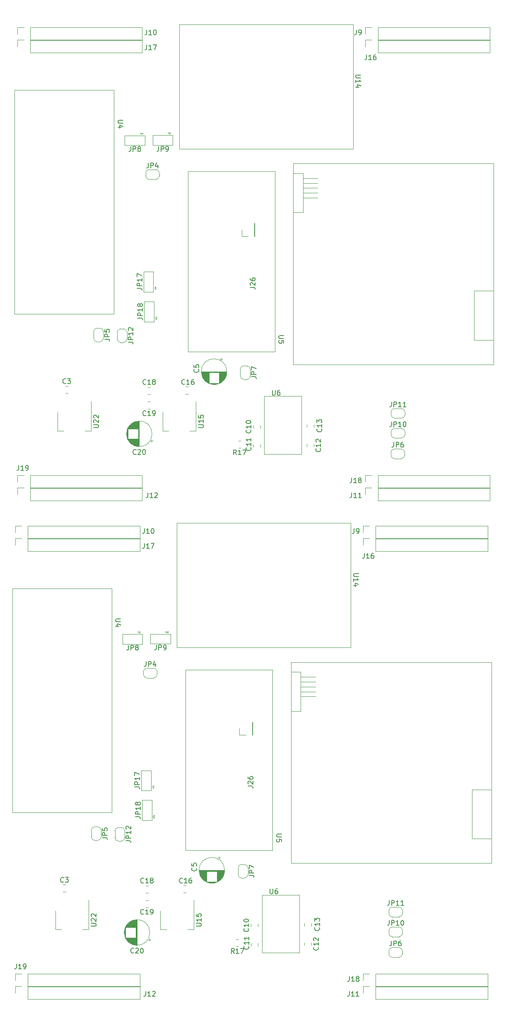
<source format=gbr>
%TF.GenerationSoftware,KiCad,Pcbnew,6.0.7-f9a2dced07~116~ubuntu20.04.1*%
%TF.CreationDate,2022-11-23T13:06:43+01:00*%
%TF.ProjectId,board,626f6172-642e-46b6-9963-61645f706362,rev?*%
%TF.SameCoordinates,Original*%
%TF.FileFunction,Legend,Top*%
%TF.FilePolarity,Positive*%
%FSLAX46Y46*%
G04 Gerber Fmt 4.6, Leading zero omitted, Abs format (unit mm)*
G04 Created by KiCad (PCBNEW 6.0.7-f9a2dced07~116~ubuntu20.04.1) date 2022-11-23 13:06:43*
%MOMM*%
%LPD*%
G01*
G04 APERTURE LIST*
%ADD10C,0.150000*%
%ADD11C,0.120000*%
G04 APERTURE END LIST*
D10*
%TO.C,J18*%
X215090476Y-221702380D02*
X215090476Y-222416666D01*
X215042857Y-222559523D01*
X214947619Y-222654761D01*
X214804761Y-222702380D01*
X214709523Y-222702380D01*
X216090476Y-222702380D02*
X215519047Y-222702380D01*
X215804761Y-222702380D02*
X215804761Y-221702380D01*
X215709523Y-221845238D01*
X215614285Y-221940476D01*
X215519047Y-221988095D01*
X216661904Y-222130952D02*
X216566666Y-222083333D01*
X216519047Y-222035714D01*
X216471428Y-221940476D01*
X216471428Y-221892857D01*
X216519047Y-221797619D01*
X216566666Y-221750000D01*
X216661904Y-221702380D01*
X216852380Y-221702380D01*
X216947619Y-221750000D01*
X216995238Y-221797619D01*
X217042857Y-221892857D01*
X217042857Y-221940476D01*
X216995238Y-222035714D01*
X216947619Y-222083333D01*
X216852380Y-222130952D01*
X216661904Y-222130952D01*
X216566666Y-222178571D01*
X216519047Y-222226190D01*
X216471428Y-222321428D01*
X216471428Y-222511904D01*
X216519047Y-222607142D01*
X216566666Y-222654761D01*
X216661904Y-222702380D01*
X216852380Y-222702380D01*
X216947619Y-222654761D01*
X216995238Y-222607142D01*
X217042857Y-222511904D01*
X217042857Y-222321428D01*
X216995238Y-222226190D01*
X216947619Y-222178571D01*
X216852380Y-222130952D01*
%TO.C,JP4*%
X173537666Y-157418380D02*
X173537666Y-158132666D01*
X173490047Y-158275523D01*
X173394809Y-158370761D01*
X173251952Y-158418380D01*
X173156714Y-158418380D01*
X174013857Y-158418380D02*
X174013857Y-157418380D01*
X174394809Y-157418380D01*
X174490047Y-157466000D01*
X174537666Y-157513619D01*
X174585285Y-157608857D01*
X174585285Y-157751714D01*
X174537666Y-157846952D01*
X174490047Y-157894571D01*
X174394809Y-157942190D01*
X174013857Y-157942190D01*
X175442428Y-157751714D02*
X175442428Y-158418380D01*
X175204333Y-157370761D02*
X174966238Y-158085047D01*
X175585285Y-158085047D01*
%TO.C,C3*%
X156656833Y-202385142D02*
X156609214Y-202432761D01*
X156466357Y-202480380D01*
X156371119Y-202480380D01*
X156228261Y-202432761D01*
X156133023Y-202337523D01*
X156085404Y-202242285D01*
X156037785Y-202051809D01*
X156037785Y-201908952D01*
X156085404Y-201718476D01*
X156133023Y-201623238D01*
X156228261Y-201528000D01*
X156371119Y-201480380D01*
X156466357Y-201480380D01*
X156609214Y-201528000D01*
X156656833Y-201575619D01*
X156990166Y-201480380D02*
X157609214Y-201480380D01*
X157275880Y-201861333D01*
X157418738Y-201861333D01*
X157513976Y-201908952D01*
X157561595Y-201956571D01*
X157609214Y-202051809D01*
X157609214Y-202289904D01*
X157561595Y-202385142D01*
X157513976Y-202432761D01*
X157418738Y-202480380D01*
X157133023Y-202480380D01*
X157037785Y-202432761D01*
X156990166Y-202385142D01*
%TO.C,JP7*%
X195051880Y-99270833D02*
X195766166Y-99270833D01*
X195909023Y-99318452D01*
X196004261Y-99413690D01*
X196051880Y-99556547D01*
X196051880Y-99651785D01*
X196051880Y-98794642D02*
X195051880Y-98794642D01*
X195051880Y-98413690D01*
X195099500Y-98318452D01*
X195147119Y-98270833D01*
X195242357Y-98223214D01*
X195385214Y-98223214D01*
X195480452Y-98270833D01*
X195528071Y-98318452D01*
X195575690Y-98413690D01*
X195575690Y-98794642D01*
X195051880Y-97889880D02*
X195051880Y-97223214D01*
X196051880Y-97651785D01*
%TO.C,JP8*%
X170396166Y-52279880D02*
X170396166Y-52994166D01*
X170348547Y-53137023D01*
X170253309Y-53232261D01*
X170110452Y-53279880D01*
X170015214Y-53279880D01*
X170872357Y-53279880D02*
X170872357Y-52279880D01*
X171253309Y-52279880D01*
X171348547Y-52327500D01*
X171396166Y-52375119D01*
X171443785Y-52470357D01*
X171443785Y-52613214D01*
X171396166Y-52708452D01*
X171348547Y-52756071D01*
X171253309Y-52803690D01*
X170872357Y-52803690D01*
X172015214Y-52708452D02*
X171919976Y-52660833D01*
X171872357Y-52613214D01*
X171824738Y-52517976D01*
X171824738Y-52470357D01*
X171872357Y-52375119D01*
X171919976Y-52327500D01*
X172015214Y-52279880D01*
X172205690Y-52279880D01*
X172300928Y-52327500D01*
X172348547Y-52375119D01*
X172396166Y-52470357D01*
X172396166Y-52517976D01*
X172348547Y-52613214D01*
X172300928Y-52660833D01*
X172205690Y-52708452D01*
X172015214Y-52708452D01*
X171919976Y-52756071D01*
X171872357Y-52803690D01*
X171824738Y-52898928D01*
X171824738Y-53089404D01*
X171872357Y-53184642D01*
X171919976Y-53232261D01*
X172015214Y-53279880D01*
X172205690Y-53279880D01*
X172300928Y-53232261D01*
X172348547Y-53184642D01*
X172396166Y-53089404D01*
X172396166Y-52898928D01*
X172348547Y-52803690D01*
X172300928Y-52756071D01*
X172205690Y-52708452D01*
X169932666Y-154072380D02*
X169932666Y-154786666D01*
X169885047Y-154929523D01*
X169789809Y-155024761D01*
X169646952Y-155072380D01*
X169551714Y-155072380D01*
X170408857Y-155072380D02*
X170408857Y-154072380D01*
X170789809Y-154072380D01*
X170885047Y-154120000D01*
X170932666Y-154167619D01*
X170980285Y-154262857D01*
X170980285Y-154405714D01*
X170932666Y-154500952D01*
X170885047Y-154548571D01*
X170789809Y-154596190D01*
X170408857Y-154596190D01*
X171551714Y-154500952D02*
X171456476Y-154453333D01*
X171408857Y-154405714D01*
X171361238Y-154310476D01*
X171361238Y-154262857D01*
X171408857Y-154167619D01*
X171456476Y-154120000D01*
X171551714Y-154072380D01*
X171742190Y-154072380D01*
X171837428Y-154120000D01*
X171885047Y-154167619D01*
X171932666Y-154262857D01*
X171932666Y-154310476D01*
X171885047Y-154405714D01*
X171837428Y-154453333D01*
X171742190Y-154500952D01*
X171551714Y-154500952D01*
X171456476Y-154548571D01*
X171408857Y-154596190D01*
X171361238Y-154691428D01*
X171361238Y-154881904D01*
X171408857Y-154977142D01*
X171456476Y-155024761D01*
X171551714Y-155072380D01*
X171742190Y-155072380D01*
X171837428Y-155024761D01*
X171885047Y-154977142D01*
X171932666Y-154881904D01*
X171932666Y-154691428D01*
X171885047Y-154596190D01*
X171837428Y-154548571D01*
X171742190Y-154500952D01*
%TO.C,J19*%
X147481976Y-117369880D02*
X147481976Y-118084166D01*
X147434357Y-118227023D01*
X147339119Y-118322261D01*
X147196261Y-118369880D01*
X147101023Y-118369880D01*
X148481976Y-118369880D02*
X147910547Y-118369880D01*
X148196261Y-118369880D02*
X148196261Y-117369880D01*
X148101023Y-117512738D01*
X148005785Y-117607976D01*
X147910547Y-117655595D01*
X148958166Y-118369880D02*
X149148642Y-118369880D01*
X149243880Y-118322261D01*
X149291500Y-118274642D01*
X149386738Y-118131785D01*
X149434357Y-117941309D01*
X149434357Y-117560357D01*
X149386738Y-117465119D01*
X149339119Y-117417500D01*
X149243880Y-117369880D01*
X149053404Y-117369880D01*
X148958166Y-117417500D01*
X148910547Y-117465119D01*
X148862928Y-117560357D01*
X148862928Y-117798452D01*
X148910547Y-117893690D01*
X148958166Y-117941309D01*
X149053404Y-117988928D01*
X149243880Y-117988928D01*
X149339119Y-117941309D01*
X149386738Y-117893690D01*
X149434357Y-117798452D01*
%TO.C,C5*%
X184208642Y-97764166D02*
X184256261Y-97811785D01*
X184303880Y-97954642D01*
X184303880Y-98049880D01*
X184256261Y-98192738D01*
X184161023Y-98287976D01*
X184065785Y-98335595D01*
X183875309Y-98383214D01*
X183732452Y-98383214D01*
X183541976Y-98335595D01*
X183446738Y-98287976D01*
X183351500Y-98192738D01*
X183303880Y-98049880D01*
X183303880Y-97954642D01*
X183351500Y-97811785D01*
X183399119Y-97764166D01*
X183303880Y-96859404D02*
X183303880Y-97335595D01*
X183780071Y-97383214D01*
X183732452Y-97335595D01*
X183684833Y-97240357D01*
X183684833Y-97002261D01*
X183732452Y-96907023D01*
X183780071Y-96859404D01*
X183875309Y-96811785D01*
X184113404Y-96811785D01*
X184208642Y-96859404D01*
X184256261Y-96907023D01*
X184303880Y-97002261D01*
X184303880Y-97240357D01*
X184256261Y-97335595D01*
X184208642Y-97383214D01*
%TO.C,C3*%
X157120333Y-100592642D02*
X157072714Y-100640261D01*
X156929857Y-100687880D01*
X156834619Y-100687880D01*
X156691761Y-100640261D01*
X156596523Y-100545023D01*
X156548904Y-100449785D01*
X156501285Y-100259309D01*
X156501285Y-100116452D01*
X156548904Y-99925976D01*
X156596523Y-99830738D01*
X156691761Y-99735500D01*
X156834619Y-99687880D01*
X156929857Y-99687880D01*
X157072714Y-99735500D01*
X157120333Y-99783119D01*
X157453666Y-99687880D02*
X158072714Y-99687880D01*
X157739380Y-100068833D01*
X157882238Y-100068833D01*
X157977476Y-100116452D01*
X158025095Y-100164071D01*
X158072714Y-100259309D01*
X158072714Y-100497404D01*
X158025095Y-100592642D01*
X157977476Y-100640261D01*
X157882238Y-100687880D01*
X157596523Y-100687880D01*
X157501285Y-100640261D01*
X157453666Y-100592642D01*
%TO.C,J26*%
X194816880Y-81033023D02*
X195531166Y-81033023D01*
X195674023Y-81080642D01*
X195769261Y-81175880D01*
X195816880Y-81318738D01*
X195816880Y-81413976D01*
X194912119Y-80604452D02*
X194864500Y-80556833D01*
X194816880Y-80461595D01*
X194816880Y-80223500D01*
X194864500Y-80128261D01*
X194912119Y-80080642D01*
X195007357Y-80033023D01*
X195102595Y-80033023D01*
X195245452Y-80080642D01*
X195816880Y-80652071D01*
X195816880Y-80033023D01*
X194816880Y-79175880D02*
X194816880Y-79366357D01*
X194864500Y-79461595D01*
X194912119Y-79509214D01*
X195054976Y-79604452D01*
X195245452Y-79652071D01*
X195626404Y-79652071D01*
X195721642Y-79604452D01*
X195769261Y-79556833D01*
X195816880Y-79461595D01*
X195816880Y-79271119D01*
X195769261Y-79175880D01*
X195721642Y-79128261D01*
X195626404Y-79080642D01*
X195388309Y-79080642D01*
X195293071Y-79128261D01*
X195245452Y-79175880D01*
X195197833Y-79271119D01*
X195197833Y-79461595D01*
X195245452Y-79556833D01*
X195293071Y-79604452D01*
X195388309Y-79652071D01*
%TO.C,U15*%
X184247880Y-109630595D02*
X185057404Y-109630595D01*
X185152642Y-109582976D01*
X185200261Y-109535357D01*
X185247880Y-109440119D01*
X185247880Y-109249642D01*
X185200261Y-109154404D01*
X185152642Y-109106785D01*
X185057404Y-109059166D01*
X184247880Y-109059166D01*
X185247880Y-108059166D02*
X185247880Y-108630595D01*
X185247880Y-108344880D02*
X184247880Y-108344880D01*
X184390738Y-108440119D01*
X184485976Y-108535357D01*
X184533595Y-108630595D01*
X184247880Y-107154404D02*
X184247880Y-107630595D01*
X184724071Y-107678214D01*
X184676452Y-107630595D01*
X184628833Y-107535357D01*
X184628833Y-107297261D01*
X184676452Y-107202023D01*
X184724071Y-107154404D01*
X184819309Y-107106785D01*
X185057404Y-107106785D01*
X185152642Y-107154404D01*
X185200261Y-107202023D01*
X185247880Y-107297261D01*
X185247880Y-107535357D01*
X185200261Y-107630595D01*
X185152642Y-107678214D01*
%TO.C,J17*%
X173643976Y-31517880D02*
X173643976Y-32232166D01*
X173596357Y-32375023D01*
X173501119Y-32470261D01*
X173358261Y-32517880D01*
X173263023Y-32517880D01*
X174643976Y-32517880D02*
X174072547Y-32517880D01*
X174358261Y-32517880D02*
X174358261Y-31517880D01*
X174263023Y-31660738D01*
X174167785Y-31755976D01*
X174072547Y-31803595D01*
X174977309Y-31517880D02*
X175643976Y-31517880D01*
X175215404Y-32517880D01*
%TO.C,U5*%
X201671119Y-90866595D02*
X200861595Y-90866595D01*
X200766357Y-90914214D01*
X200718738Y-90961833D01*
X200671119Y-91057071D01*
X200671119Y-91247547D01*
X200718738Y-91342785D01*
X200766357Y-91390404D01*
X200861595Y-91438023D01*
X201671119Y-91438023D01*
X201671119Y-92390404D02*
X201671119Y-91914214D01*
X201194928Y-91866595D01*
X201242547Y-91914214D01*
X201290166Y-92009452D01*
X201290166Y-92247547D01*
X201242547Y-92342785D01*
X201194928Y-92390404D01*
X201099690Y-92438023D01*
X200861595Y-92438023D01*
X200766357Y-92390404D01*
X200718738Y-92342785D01*
X200671119Y-92247547D01*
X200671119Y-92009452D01*
X200718738Y-91914214D01*
X200766357Y-91866595D01*
%TO.C,U6*%
X199345595Y-102035880D02*
X199345595Y-102845404D01*
X199393214Y-102940642D01*
X199440833Y-102988261D01*
X199536071Y-103035880D01*
X199726547Y-103035880D01*
X199821785Y-102988261D01*
X199869404Y-102940642D01*
X199917023Y-102845404D01*
X199917023Y-102035880D01*
X200821785Y-102035880D02*
X200631309Y-102035880D01*
X200536071Y-102083500D01*
X200488452Y-102131119D01*
X200393214Y-102273976D01*
X200345595Y-102464452D01*
X200345595Y-102845404D01*
X200393214Y-102940642D01*
X200440833Y-102988261D01*
X200536071Y-103035880D01*
X200726547Y-103035880D01*
X200821785Y-102988261D01*
X200869404Y-102940642D01*
X200917023Y-102845404D01*
X200917023Y-102607309D01*
X200869404Y-102512071D01*
X200821785Y-102464452D01*
X200726547Y-102416833D01*
X200536071Y-102416833D01*
X200440833Y-102464452D01*
X200393214Y-102512071D01*
X200345595Y-102607309D01*
%TO.C,C12*%
X209129642Y-113927357D02*
X209177261Y-113974976D01*
X209224880Y-114117833D01*
X209224880Y-114213071D01*
X209177261Y-114355928D01*
X209082023Y-114451166D01*
X208986785Y-114498785D01*
X208796309Y-114546404D01*
X208653452Y-114546404D01*
X208462976Y-114498785D01*
X208367738Y-114451166D01*
X208272500Y-114355928D01*
X208224880Y-114213071D01*
X208224880Y-114117833D01*
X208272500Y-113974976D01*
X208320119Y-113927357D01*
X209224880Y-112974976D02*
X209224880Y-113546404D01*
X209224880Y-113260690D02*
X208224880Y-113260690D01*
X208367738Y-113355928D01*
X208462976Y-113451166D01*
X208510595Y-113546404D01*
X208320119Y-112594023D02*
X208272500Y-112546404D01*
X208224880Y-112451166D01*
X208224880Y-112213071D01*
X208272500Y-112117833D01*
X208320119Y-112070214D01*
X208415357Y-112022595D01*
X208510595Y-112022595D01*
X208653452Y-112070214D01*
X209224880Y-112641642D01*
X209224880Y-112022595D01*
%TO.C,C20*%
X171479755Y-115039642D02*
X171432136Y-115087261D01*
X171289279Y-115134880D01*
X171194041Y-115134880D01*
X171051184Y-115087261D01*
X170955946Y-114992023D01*
X170908327Y-114896785D01*
X170860708Y-114706309D01*
X170860708Y-114563452D01*
X170908327Y-114372976D01*
X170955946Y-114277738D01*
X171051184Y-114182500D01*
X171194041Y-114134880D01*
X171289279Y-114134880D01*
X171432136Y-114182500D01*
X171479755Y-114230119D01*
X171860708Y-114230119D02*
X171908327Y-114182500D01*
X172003565Y-114134880D01*
X172241660Y-114134880D01*
X172336898Y-114182500D01*
X172384517Y-114230119D01*
X172432136Y-114325357D01*
X172432136Y-114420595D01*
X172384517Y-114563452D01*
X171813089Y-115134880D01*
X172432136Y-115134880D01*
X173051184Y-114134880D02*
X173146422Y-114134880D01*
X173241660Y-114182500D01*
X173289279Y-114230119D01*
X173336898Y-114325357D01*
X173384517Y-114515833D01*
X173384517Y-114753928D01*
X173336898Y-114944404D01*
X173289279Y-115039642D01*
X173241660Y-115087261D01*
X173146422Y-115134880D01*
X173051184Y-115134880D01*
X172955946Y-115087261D01*
X172908327Y-115039642D01*
X172860708Y-114944404D01*
X172813089Y-114753928D01*
X172813089Y-114515833D01*
X172860708Y-114325357D01*
X172908327Y-114230119D01*
X172955946Y-114182500D01*
X173051184Y-114134880D01*
%TO.C,J9*%
X216538166Y-28469880D02*
X216538166Y-29184166D01*
X216490547Y-29327023D01*
X216395309Y-29422261D01*
X216252452Y-29469880D01*
X216157214Y-29469880D01*
X217061976Y-29469880D02*
X217252452Y-29469880D01*
X217347690Y-29422261D01*
X217395309Y-29374642D01*
X217490547Y-29231785D01*
X217538166Y-29041309D01*
X217538166Y-28660357D01*
X217490547Y-28565119D01*
X217442928Y-28517500D01*
X217347690Y-28469880D01*
X217157214Y-28469880D01*
X217061976Y-28517500D01*
X217014357Y-28565119D01*
X216966738Y-28660357D01*
X216966738Y-28898452D01*
X217014357Y-28993690D01*
X217061976Y-29041309D01*
X217157214Y-29088928D01*
X217347690Y-29088928D01*
X217442928Y-29041309D01*
X217490547Y-28993690D01*
X217538166Y-28898452D01*
%TO.C,J18*%
X215553976Y-119909880D02*
X215553976Y-120624166D01*
X215506357Y-120767023D01*
X215411119Y-120862261D01*
X215268261Y-120909880D01*
X215173023Y-120909880D01*
X216553976Y-120909880D02*
X215982547Y-120909880D01*
X216268261Y-120909880D02*
X216268261Y-119909880D01*
X216173023Y-120052738D01*
X216077785Y-120147976D01*
X215982547Y-120195595D01*
X217125404Y-120338452D02*
X217030166Y-120290833D01*
X216982547Y-120243214D01*
X216934928Y-120147976D01*
X216934928Y-120100357D01*
X216982547Y-120005119D01*
X217030166Y-119957500D01*
X217125404Y-119909880D01*
X217315880Y-119909880D01*
X217411119Y-119957500D01*
X217458738Y-120005119D01*
X217506357Y-120100357D01*
X217506357Y-120147976D01*
X217458738Y-120243214D01*
X217411119Y-120290833D01*
X217315880Y-120338452D01*
X217125404Y-120338452D01*
X217030166Y-120386071D01*
X216982547Y-120433690D01*
X216934928Y-120528928D01*
X216934928Y-120719404D01*
X216982547Y-120814642D01*
X217030166Y-120862261D01*
X217125404Y-120909880D01*
X217315880Y-120909880D01*
X217411119Y-120862261D01*
X217458738Y-120814642D01*
X217506357Y-120719404D01*
X217506357Y-120528928D01*
X217458738Y-120433690D01*
X217411119Y-120386071D01*
X217315880Y-120338452D01*
%TO.C,JP12*%
X169863880Y-92191023D02*
X170578166Y-92191023D01*
X170721023Y-92238642D01*
X170816261Y-92333880D01*
X170863880Y-92476738D01*
X170863880Y-92571976D01*
X170863880Y-91714833D02*
X169863880Y-91714833D01*
X169863880Y-91333880D01*
X169911500Y-91238642D01*
X169959119Y-91191023D01*
X170054357Y-91143404D01*
X170197214Y-91143404D01*
X170292452Y-91191023D01*
X170340071Y-91238642D01*
X170387690Y-91333880D01*
X170387690Y-91714833D01*
X170863880Y-90191023D02*
X170863880Y-90762452D01*
X170863880Y-90476738D02*
X169863880Y-90476738D01*
X170006738Y-90571976D01*
X170101976Y-90667214D01*
X170149595Y-90762452D01*
X169959119Y-89810071D02*
X169911500Y-89762452D01*
X169863880Y-89667214D01*
X169863880Y-89429119D01*
X169911500Y-89333880D01*
X169959119Y-89286261D01*
X170054357Y-89238642D01*
X170149595Y-89238642D01*
X170292452Y-89286261D01*
X170863880Y-89857690D01*
X170863880Y-89238642D01*
%TO.C,C19*%
X173495642Y-107127642D02*
X173448023Y-107175261D01*
X173305166Y-107222880D01*
X173209928Y-107222880D01*
X173067071Y-107175261D01*
X172971833Y-107080023D01*
X172924214Y-106984785D01*
X172876595Y-106794309D01*
X172876595Y-106651452D01*
X172924214Y-106460976D01*
X172971833Y-106365738D01*
X173067071Y-106270500D01*
X173209928Y-106222880D01*
X173305166Y-106222880D01*
X173448023Y-106270500D01*
X173495642Y-106318119D01*
X174448023Y-107222880D02*
X173876595Y-107222880D01*
X174162309Y-107222880D02*
X174162309Y-106222880D01*
X174067071Y-106365738D01*
X173971833Y-106460976D01*
X173876595Y-106508595D01*
X174924214Y-107222880D02*
X175114690Y-107222880D01*
X175209928Y-107175261D01*
X175257547Y-107127642D01*
X175352785Y-106984785D01*
X175400404Y-106794309D01*
X175400404Y-106413357D01*
X175352785Y-106318119D01*
X175305166Y-106270500D01*
X175209928Y-106222880D01*
X175019452Y-106222880D01*
X174924214Y-106270500D01*
X174876595Y-106318119D01*
X174828976Y-106413357D01*
X174828976Y-106651452D01*
X174876595Y-106746690D01*
X174924214Y-106794309D01*
X175019452Y-106841928D01*
X175209928Y-106841928D01*
X175305166Y-106794309D01*
X175352785Y-106746690D01*
X175400404Y-106651452D01*
%TO.C,JP17*%
X171198380Y-182999523D02*
X171912666Y-182999523D01*
X172055523Y-183047142D01*
X172150761Y-183142380D01*
X172198380Y-183285238D01*
X172198380Y-183380476D01*
X172198380Y-182523333D02*
X171198380Y-182523333D01*
X171198380Y-182142380D01*
X171246000Y-182047142D01*
X171293619Y-181999523D01*
X171388857Y-181951904D01*
X171531714Y-181951904D01*
X171626952Y-181999523D01*
X171674571Y-182047142D01*
X171722190Y-182142380D01*
X171722190Y-182523333D01*
X172198380Y-180999523D02*
X172198380Y-181570952D01*
X172198380Y-181285238D02*
X171198380Y-181285238D01*
X171341238Y-181380476D01*
X171436476Y-181475714D01*
X171484095Y-181570952D01*
X171198380Y-180666190D02*
X171198380Y-179999523D01*
X172198380Y-180428095D01*
%TO.C,JP18*%
X171801880Y-87297023D02*
X172516166Y-87297023D01*
X172659023Y-87344642D01*
X172754261Y-87439880D01*
X172801880Y-87582738D01*
X172801880Y-87677976D01*
X172801880Y-86820833D02*
X171801880Y-86820833D01*
X171801880Y-86439880D01*
X171849500Y-86344642D01*
X171897119Y-86297023D01*
X171992357Y-86249404D01*
X172135214Y-86249404D01*
X172230452Y-86297023D01*
X172278071Y-86344642D01*
X172325690Y-86439880D01*
X172325690Y-86820833D01*
X172801880Y-85297023D02*
X172801880Y-85868452D01*
X172801880Y-85582738D02*
X171801880Y-85582738D01*
X171944738Y-85677976D01*
X172039976Y-85773214D01*
X172087595Y-85868452D01*
X172230452Y-84725595D02*
X172182833Y-84820833D01*
X172135214Y-84868452D01*
X172039976Y-84916071D01*
X171992357Y-84916071D01*
X171897119Y-84868452D01*
X171849500Y-84820833D01*
X171801880Y-84725595D01*
X171801880Y-84535119D01*
X171849500Y-84439880D01*
X171897119Y-84392261D01*
X171992357Y-84344642D01*
X172039976Y-84344642D01*
X172135214Y-84392261D01*
X172182833Y-84439880D01*
X172230452Y-84535119D01*
X172230452Y-84725595D01*
X172278071Y-84820833D01*
X172325690Y-84868452D01*
X172420928Y-84916071D01*
X172611404Y-84916071D01*
X172706642Y-84868452D01*
X172754261Y-84820833D01*
X172801880Y-84725595D01*
X172801880Y-84535119D01*
X172754261Y-84439880D01*
X172706642Y-84392261D01*
X172611404Y-84344642D01*
X172420928Y-84344642D01*
X172325690Y-84392261D01*
X172278071Y-84439880D01*
X172230452Y-84535119D01*
%TO.C,JP9*%
X176106166Y-52252380D02*
X176106166Y-52966666D01*
X176058547Y-53109523D01*
X175963309Y-53204761D01*
X175820452Y-53252380D01*
X175725214Y-53252380D01*
X176582357Y-53252380D02*
X176582357Y-52252380D01*
X176963309Y-52252380D01*
X177058547Y-52300000D01*
X177106166Y-52347619D01*
X177153785Y-52442857D01*
X177153785Y-52585714D01*
X177106166Y-52680952D01*
X177058547Y-52728571D01*
X176963309Y-52776190D01*
X176582357Y-52776190D01*
X177629976Y-53252380D02*
X177820452Y-53252380D01*
X177915690Y-53204761D01*
X177963309Y-53157142D01*
X178058547Y-53014285D01*
X178106166Y-52823809D01*
X178106166Y-52442857D01*
X178058547Y-52347619D01*
X178010928Y-52300000D01*
X177915690Y-52252380D01*
X177725214Y-52252380D01*
X177629976Y-52300000D01*
X177582357Y-52347619D01*
X177534738Y-52442857D01*
X177534738Y-52680952D01*
X177582357Y-52776190D01*
X177629976Y-52823809D01*
X177725214Y-52871428D01*
X177915690Y-52871428D01*
X178010928Y-52823809D01*
X178058547Y-52776190D01*
X178106166Y-52680952D01*
%TO.C,C16*%
X181430642Y-100748642D02*
X181383023Y-100796261D01*
X181240166Y-100843880D01*
X181144928Y-100843880D01*
X181002071Y-100796261D01*
X180906833Y-100701023D01*
X180859214Y-100605785D01*
X180811595Y-100415309D01*
X180811595Y-100272452D01*
X180859214Y-100081976D01*
X180906833Y-99986738D01*
X181002071Y-99891500D01*
X181144928Y-99843880D01*
X181240166Y-99843880D01*
X181383023Y-99891500D01*
X181430642Y-99939119D01*
X182383023Y-100843880D02*
X181811595Y-100843880D01*
X182097309Y-100843880D02*
X182097309Y-99843880D01*
X182002071Y-99986738D01*
X181906833Y-100081976D01*
X181811595Y-100129595D01*
X183240166Y-99843880D02*
X183049690Y-99843880D01*
X182954452Y-99891500D01*
X182906833Y-99939119D01*
X182811595Y-100081976D01*
X182763976Y-100272452D01*
X182763976Y-100653404D01*
X182811595Y-100748642D01*
X182859214Y-100796261D01*
X182954452Y-100843880D01*
X183144928Y-100843880D01*
X183240166Y-100796261D01*
X183287785Y-100748642D01*
X183335404Y-100653404D01*
X183335404Y-100415309D01*
X183287785Y-100320071D01*
X183240166Y-100272452D01*
X183144928Y-100224833D01*
X182954452Y-100224833D01*
X182859214Y-100272452D01*
X182811595Y-100320071D01*
X182763976Y-100415309D01*
%TO.C,C18*%
X173495642Y-100748642D02*
X173448023Y-100796261D01*
X173305166Y-100843880D01*
X173209928Y-100843880D01*
X173067071Y-100796261D01*
X172971833Y-100701023D01*
X172924214Y-100605785D01*
X172876595Y-100415309D01*
X172876595Y-100272452D01*
X172924214Y-100081976D01*
X172971833Y-99986738D01*
X173067071Y-99891500D01*
X173209928Y-99843880D01*
X173305166Y-99843880D01*
X173448023Y-99891500D01*
X173495642Y-99939119D01*
X174448023Y-100843880D02*
X173876595Y-100843880D01*
X174162309Y-100843880D02*
X174162309Y-99843880D01*
X174067071Y-99986738D01*
X173971833Y-100081976D01*
X173876595Y-100129595D01*
X175019452Y-100272452D02*
X174924214Y-100224833D01*
X174876595Y-100177214D01*
X174828976Y-100081976D01*
X174828976Y-100034357D01*
X174876595Y-99939119D01*
X174924214Y-99891500D01*
X175019452Y-99843880D01*
X175209928Y-99843880D01*
X175305166Y-99891500D01*
X175352785Y-99939119D01*
X175400404Y-100034357D01*
X175400404Y-100081976D01*
X175352785Y-100177214D01*
X175305166Y-100224833D01*
X175209928Y-100272452D01*
X175019452Y-100272452D01*
X174924214Y-100320071D01*
X174876595Y-100367690D01*
X174828976Y-100462928D01*
X174828976Y-100653404D01*
X174876595Y-100748642D01*
X174924214Y-100796261D01*
X175019452Y-100843880D01*
X175209928Y-100843880D01*
X175305166Y-100796261D01*
X175352785Y-100748642D01*
X175400404Y-100653404D01*
X175400404Y-100462928D01*
X175352785Y-100367690D01*
X175305166Y-100320071D01*
X175209928Y-100272452D01*
%TO.C,J16*%
X218138476Y-135342380D02*
X218138476Y-136056666D01*
X218090857Y-136199523D01*
X217995619Y-136294761D01*
X217852761Y-136342380D01*
X217757523Y-136342380D01*
X219138476Y-136342380D02*
X218567047Y-136342380D01*
X218852761Y-136342380D02*
X218852761Y-135342380D01*
X218757523Y-135485238D01*
X218662285Y-135580476D01*
X218567047Y-135628095D01*
X219995619Y-135342380D02*
X219805142Y-135342380D01*
X219709904Y-135390000D01*
X219662285Y-135437619D01*
X219567047Y-135580476D01*
X219519428Y-135770952D01*
X219519428Y-136151904D01*
X219567047Y-136247142D01*
X219614666Y-136294761D01*
X219709904Y-136342380D01*
X219900380Y-136342380D01*
X219995619Y-136294761D01*
X220043238Y-136247142D01*
X220090857Y-136151904D01*
X220090857Y-135913809D01*
X220043238Y-135818571D01*
X219995619Y-135770952D01*
X219900380Y-135723333D01*
X219709904Y-135723333D01*
X219614666Y-135770952D01*
X219567047Y-135818571D01*
X219519428Y-135913809D01*
%TO.C,U4*%
X168314619Y-148717095D02*
X167505095Y-148717095D01*
X167409857Y-148764714D01*
X167362238Y-148812333D01*
X167314619Y-148907571D01*
X167314619Y-149098047D01*
X167362238Y-149193285D01*
X167409857Y-149240904D01*
X167505095Y-149288523D01*
X168314619Y-149288523D01*
X167981285Y-150193285D02*
X167314619Y-150193285D01*
X168362238Y-149955190D02*
X167647952Y-149717095D01*
X167647952Y-150336142D01*
%TO.C,J17*%
X173180476Y-133310380D02*
X173180476Y-134024666D01*
X173132857Y-134167523D01*
X173037619Y-134262761D01*
X172894761Y-134310380D01*
X172799523Y-134310380D01*
X174180476Y-134310380D02*
X173609047Y-134310380D01*
X173894761Y-134310380D02*
X173894761Y-133310380D01*
X173799523Y-133453238D01*
X173704285Y-133548476D01*
X173609047Y-133596095D01*
X174513809Y-133310380D02*
X175180476Y-133310380D01*
X174751904Y-134310380D01*
%TO.C,C16*%
X180967142Y-202541142D02*
X180919523Y-202588761D01*
X180776666Y-202636380D01*
X180681428Y-202636380D01*
X180538571Y-202588761D01*
X180443333Y-202493523D01*
X180395714Y-202398285D01*
X180348095Y-202207809D01*
X180348095Y-202064952D01*
X180395714Y-201874476D01*
X180443333Y-201779238D01*
X180538571Y-201684000D01*
X180681428Y-201636380D01*
X180776666Y-201636380D01*
X180919523Y-201684000D01*
X180967142Y-201731619D01*
X181919523Y-202636380D02*
X181348095Y-202636380D01*
X181633809Y-202636380D02*
X181633809Y-201636380D01*
X181538571Y-201779238D01*
X181443333Y-201874476D01*
X181348095Y-201922095D01*
X182776666Y-201636380D02*
X182586190Y-201636380D01*
X182490952Y-201684000D01*
X182443333Y-201731619D01*
X182348095Y-201874476D01*
X182300476Y-202064952D01*
X182300476Y-202445904D01*
X182348095Y-202541142D01*
X182395714Y-202588761D01*
X182490952Y-202636380D01*
X182681428Y-202636380D01*
X182776666Y-202588761D01*
X182824285Y-202541142D01*
X182871904Y-202445904D01*
X182871904Y-202207809D01*
X182824285Y-202112571D01*
X182776666Y-202064952D01*
X182681428Y-202017333D01*
X182490952Y-202017333D01*
X182395714Y-202064952D01*
X182348095Y-202112571D01*
X182300476Y-202207809D01*
%TO.C,JP17*%
X171661880Y-81207023D02*
X172376166Y-81207023D01*
X172519023Y-81254642D01*
X172614261Y-81349880D01*
X172661880Y-81492738D01*
X172661880Y-81587976D01*
X172661880Y-80730833D02*
X171661880Y-80730833D01*
X171661880Y-80349880D01*
X171709500Y-80254642D01*
X171757119Y-80207023D01*
X171852357Y-80159404D01*
X171995214Y-80159404D01*
X172090452Y-80207023D01*
X172138071Y-80254642D01*
X172185690Y-80349880D01*
X172185690Y-80730833D01*
X172661880Y-79207023D02*
X172661880Y-79778452D01*
X172661880Y-79492738D02*
X171661880Y-79492738D01*
X171804738Y-79587976D01*
X171899976Y-79683214D01*
X171947595Y-79778452D01*
X171661880Y-78873690D02*
X171661880Y-78207023D01*
X172661880Y-78635595D01*
%TO.C,J11*%
X215553976Y-122957880D02*
X215553976Y-123672166D01*
X215506357Y-123815023D01*
X215411119Y-123910261D01*
X215268261Y-123957880D01*
X215173023Y-123957880D01*
X216553976Y-123957880D02*
X215982547Y-123957880D01*
X216268261Y-123957880D02*
X216268261Y-122957880D01*
X216173023Y-123100738D01*
X216077785Y-123195976D01*
X215982547Y-123243595D01*
X217506357Y-123957880D02*
X216934928Y-123957880D01*
X217220642Y-123957880D02*
X217220642Y-122957880D01*
X217125404Y-123100738D01*
X217030166Y-123195976D01*
X216934928Y-123243595D01*
%TO.C,R17*%
X191995142Y-115193880D02*
X191661809Y-114717690D01*
X191423714Y-115193880D02*
X191423714Y-114193880D01*
X191804666Y-114193880D01*
X191899904Y-114241500D01*
X191947523Y-114289119D01*
X191995142Y-114384357D01*
X191995142Y-114527214D01*
X191947523Y-114622452D01*
X191899904Y-114670071D01*
X191804666Y-114717690D01*
X191423714Y-114717690D01*
X192947523Y-115193880D02*
X192376095Y-115193880D01*
X192661809Y-115193880D02*
X192661809Y-114193880D01*
X192566571Y-114336738D01*
X192471333Y-114431976D01*
X192376095Y-114479595D01*
X193280857Y-114193880D02*
X193947523Y-114193880D01*
X193518952Y-115193880D01*
%TO.C,C13*%
X209354642Y-109924357D02*
X209402261Y-109971976D01*
X209449880Y-110114833D01*
X209449880Y-110210071D01*
X209402261Y-110352928D01*
X209307023Y-110448166D01*
X209211785Y-110495785D01*
X209021309Y-110543404D01*
X208878452Y-110543404D01*
X208687976Y-110495785D01*
X208592738Y-110448166D01*
X208497500Y-110352928D01*
X208449880Y-110210071D01*
X208449880Y-110114833D01*
X208497500Y-109971976D01*
X208545119Y-109924357D01*
X209449880Y-108971976D02*
X209449880Y-109543404D01*
X209449880Y-109257690D02*
X208449880Y-109257690D01*
X208592738Y-109352928D01*
X208687976Y-109448166D01*
X208735595Y-109543404D01*
X208449880Y-108638642D02*
X208449880Y-108019595D01*
X208830833Y-108352928D01*
X208830833Y-108210071D01*
X208878452Y-108114833D01*
X208926071Y-108067214D01*
X209021309Y-108019595D01*
X209259404Y-108019595D01*
X209354642Y-108067214D01*
X209402261Y-108114833D01*
X209449880Y-108210071D01*
X209449880Y-108495785D01*
X209402261Y-108591023D01*
X209354642Y-108638642D01*
%TO.C,J10*%
X173643976Y-28469880D02*
X173643976Y-29184166D01*
X173596357Y-29327023D01*
X173501119Y-29422261D01*
X173358261Y-29469880D01*
X173263023Y-29469880D01*
X174643976Y-29469880D02*
X174072547Y-29469880D01*
X174358261Y-29469880D02*
X174358261Y-28469880D01*
X174263023Y-28612738D01*
X174167785Y-28707976D01*
X174072547Y-28755595D01*
X175263023Y-28469880D02*
X175358261Y-28469880D01*
X175453500Y-28517500D01*
X175501119Y-28565119D01*
X175548738Y-28660357D01*
X175596357Y-28850833D01*
X175596357Y-29088928D01*
X175548738Y-29279404D01*
X175501119Y-29374642D01*
X175453500Y-29422261D01*
X175358261Y-29469880D01*
X175263023Y-29469880D01*
X175167785Y-29422261D01*
X175120166Y-29374642D01*
X175072547Y-29279404D01*
X175024928Y-29088928D01*
X175024928Y-28850833D01*
X175072547Y-28660357D01*
X175120166Y-28565119D01*
X175167785Y-28517500D01*
X175263023Y-28469880D01*
%TO.C,JP6*%
X224166166Y-112648880D02*
X224166166Y-113363166D01*
X224118547Y-113506023D01*
X224023309Y-113601261D01*
X223880452Y-113648880D01*
X223785214Y-113648880D01*
X224642357Y-113648880D02*
X224642357Y-112648880D01*
X225023309Y-112648880D01*
X225118547Y-112696500D01*
X225166166Y-112744119D01*
X225213785Y-112839357D01*
X225213785Y-112982214D01*
X225166166Y-113077452D01*
X225118547Y-113125071D01*
X225023309Y-113172690D01*
X224642357Y-113172690D01*
X226070928Y-112648880D02*
X225880452Y-112648880D01*
X225785214Y-112696500D01*
X225737595Y-112744119D01*
X225642357Y-112886976D01*
X225594738Y-113077452D01*
X225594738Y-113458404D01*
X225642357Y-113553642D01*
X225689976Y-113601261D01*
X225785214Y-113648880D01*
X225975690Y-113648880D01*
X226070928Y-113601261D01*
X226118547Y-113553642D01*
X226166166Y-113458404D01*
X226166166Y-113220309D01*
X226118547Y-113125071D01*
X226070928Y-113077452D01*
X225975690Y-113029833D01*
X225785214Y-113029833D01*
X225689976Y-113077452D01*
X225642357Y-113125071D01*
X225594738Y-113220309D01*
%TO.C,JP5*%
X165037880Y-91587833D02*
X165752166Y-91587833D01*
X165895023Y-91635452D01*
X165990261Y-91730690D01*
X166037880Y-91873547D01*
X166037880Y-91968785D01*
X166037880Y-91111642D02*
X165037880Y-91111642D01*
X165037880Y-90730690D01*
X165085500Y-90635452D01*
X165133119Y-90587833D01*
X165228357Y-90540214D01*
X165371214Y-90540214D01*
X165466452Y-90587833D01*
X165514071Y-90635452D01*
X165561690Y-90730690D01*
X165561690Y-91111642D01*
X165037880Y-89635452D02*
X165037880Y-90111642D01*
X165514071Y-90159261D01*
X165466452Y-90111642D01*
X165418833Y-90016404D01*
X165418833Y-89778309D01*
X165466452Y-89683071D01*
X165514071Y-89635452D01*
X165609309Y-89587833D01*
X165847404Y-89587833D01*
X165942642Y-89635452D01*
X165990261Y-89683071D01*
X166037880Y-89778309D01*
X166037880Y-90016404D01*
X165990261Y-90111642D01*
X165942642Y-90159261D01*
%TO.C,J11*%
X215090476Y-224750380D02*
X215090476Y-225464666D01*
X215042857Y-225607523D01*
X214947619Y-225702761D01*
X214804761Y-225750380D01*
X214709523Y-225750380D01*
X216090476Y-225750380D02*
X215519047Y-225750380D01*
X215804761Y-225750380D02*
X215804761Y-224750380D01*
X215709523Y-224893238D01*
X215614285Y-224988476D01*
X215519047Y-225036095D01*
X217042857Y-225750380D02*
X216471428Y-225750380D01*
X216757142Y-225750380D02*
X216757142Y-224750380D01*
X216661904Y-224893238D01*
X216566666Y-224988476D01*
X216471428Y-225036095D01*
%TO.C,JP4*%
X174001166Y-55625880D02*
X174001166Y-56340166D01*
X173953547Y-56483023D01*
X173858309Y-56578261D01*
X173715452Y-56625880D01*
X173620214Y-56625880D01*
X174477357Y-56625880D02*
X174477357Y-55625880D01*
X174858309Y-55625880D01*
X174953547Y-55673500D01*
X175001166Y-55721119D01*
X175048785Y-55816357D01*
X175048785Y-55959214D01*
X175001166Y-56054452D01*
X174953547Y-56102071D01*
X174858309Y-56149690D01*
X174477357Y-56149690D01*
X175905928Y-55959214D02*
X175905928Y-56625880D01*
X175667833Y-55578261D02*
X175429738Y-56292547D01*
X176048785Y-56292547D01*
%TO.C,J12*%
X173897976Y-122957880D02*
X173897976Y-123672166D01*
X173850357Y-123815023D01*
X173755119Y-123910261D01*
X173612261Y-123957880D01*
X173517023Y-123957880D01*
X174897976Y-123957880D02*
X174326547Y-123957880D01*
X174612261Y-123957880D02*
X174612261Y-122957880D01*
X174517023Y-123100738D01*
X174421785Y-123195976D01*
X174326547Y-123243595D01*
X175278928Y-123053119D02*
X175326547Y-123005500D01*
X175421785Y-122957880D01*
X175659880Y-122957880D01*
X175755119Y-123005500D01*
X175802738Y-123053119D01*
X175850357Y-123148357D01*
X175850357Y-123243595D01*
X175802738Y-123386452D01*
X175231309Y-123957880D01*
X175850357Y-123957880D01*
%TO.C,C10*%
X194847642Y-110117357D02*
X194895261Y-110164976D01*
X194942880Y-110307833D01*
X194942880Y-110403071D01*
X194895261Y-110545928D01*
X194800023Y-110641166D01*
X194704785Y-110688785D01*
X194514309Y-110736404D01*
X194371452Y-110736404D01*
X194180976Y-110688785D01*
X194085738Y-110641166D01*
X193990500Y-110545928D01*
X193942880Y-110403071D01*
X193942880Y-110307833D01*
X193990500Y-110164976D01*
X194038119Y-110117357D01*
X194942880Y-109164976D02*
X194942880Y-109736404D01*
X194942880Y-109450690D02*
X193942880Y-109450690D01*
X194085738Y-109545928D01*
X194180976Y-109641166D01*
X194228595Y-109736404D01*
X193942880Y-108545928D02*
X193942880Y-108450690D01*
X193990500Y-108355452D01*
X194038119Y-108307833D01*
X194133357Y-108260214D01*
X194323833Y-108212595D01*
X194561928Y-108212595D01*
X194752404Y-108260214D01*
X194847642Y-108307833D01*
X194895261Y-108355452D01*
X194942880Y-108450690D01*
X194942880Y-108545928D01*
X194895261Y-108641166D01*
X194847642Y-108688785D01*
X194752404Y-108736404D01*
X194561928Y-108784023D01*
X194323833Y-108784023D01*
X194133357Y-108736404D01*
X194038119Y-108688785D01*
X193990500Y-108641166D01*
X193942880Y-108545928D01*
%TO.C,U22*%
X162784880Y-109630595D02*
X163594404Y-109630595D01*
X163689642Y-109582976D01*
X163737261Y-109535357D01*
X163784880Y-109440119D01*
X163784880Y-109249642D01*
X163737261Y-109154404D01*
X163689642Y-109106785D01*
X163594404Y-109059166D01*
X162784880Y-109059166D01*
X162880119Y-108630595D02*
X162832500Y-108582976D01*
X162784880Y-108487738D01*
X162784880Y-108249642D01*
X162832500Y-108154404D01*
X162880119Y-108106785D01*
X162975357Y-108059166D01*
X163070595Y-108059166D01*
X163213452Y-108106785D01*
X163784880Y-108678214D01*
X163784880Y-108059166D01*
X162880119Y-107678214D02*
X162832500Y-107630595D01*
X162784880Y-107535357D01*
X162784880Y-107297261D01*
X162832500Y-107202023D01*
X162880119Y-107154404D01*
X162975357Y-107106785D01*
X163070595Y-107106785D01*
X163213452Y-107154404D01*
X163784880Y-107725833D01*
X163784880Y-107106785D01*
%TO.C,JP10*%
X223704976Y-108457880D02*
X223704976Y-109172166D01*
X223657357Y-109315023D01*
X223562119Y-109410261D01*
X223419261Y-109457880D01*
X223324023Y-109457880D01*
X224181166Y-109457880D02*
X224181166Y-108457880D01*
X224562119Y-108457880D01*
X224657357Y-108505500D01*
X224704976Y-108553119D01*
X224752595Y-108648357D01*
X224752595Y-108791214D01*
X224704976Y-108886452D01*
X224657357Y-108934071D01*
X224562119Y-108981690D01*
X224181166Y-108981690D01*
X225704976Y-109457880D02*
X225133547Y-109457880D01*
X225419261Y-109457880D02*
X225419261Y-108457880D01*
X225324023Y-108600738D01*
X225228785Y-108695976D01*
X225133547Y-108743595D01*
X226324023Y-108457880D02*
X226419261Y-108457880D01*
X226514500Y-108505500D01*
X226562119Y-108553119D01*
X226609738Y-108648357D01*
X226657357Y-108838833D01*
X226657357Y-109076928D01*
X226609738Y-109267404D01*
X226562119Y-109362642D01*
X226514500Y-109410261D01*
X226419261Y-109457880D01*
X226324023Y-109457880D01*
X226228785Y-109410261D01*
X226181166Y-109362642D01*
X226133547Y-109267404D01*
X226085928Y-109076928D01*
X226085928Y-108838833D01*
X226133547Y-108648357D01*
X226181166Y-108553119D01*
X226228785Y-108505500D01*
X226324023Y-108457880D01*
%TO.C,U14*%
X217419119Y-37685404D02*
X216609595Y-37685404D01*
X216514357Y-37733023D01*
X216466738Y-37780642D01*
X216419119Y-37875880D01*
X216419119Y-38066357D01*
X216466738Y-38161595D01*
X216514357Y-38209214D01*
X216609595Y-38256833D01*
X217419119Y-38256833D01*
X216419119Y-39256833D02*
X216419119Y-38685404D01*
X216419119Y-38971119D02*
X217419119Y-38971119D01*
X217276261Y-38875880D01*
X217181023Y-38780642D01*
X217133404Y-38685404D01*
X217085785Y-40113976D02*
X216419119Y-40113976D01*
X217466738Y-39875880D02*
X216752452Y-39637785D01*
X216752452Y-40256833D01*
%TO.C,J16*%
X218601976Y-33549880D02*
X218601976Y-34264166D01*
X218554357Y-34407023D01*
X218459119Y-34502261D01*
X218316261Y-34549880D01*
X218221023Y-34549880D01*
X219601976Y-34549880D02*
X219030547Y-34549880D01*
X219316261Y-34549880D02*
X219316261Y-33549880D01*
X219221023Y-33692738D01*
X219125785Y-33787976D01*
X219030547Y-33835595D01*
X220459119Y-33549880D02*
X220268642Y-33549880D01*
X220173404Y-33597500D01*
X220125785Y-33645119D01*
X220030547Y-33787976D01*
X219982928Y-33978452D01*
X219982928Y-34359404D01*
X220030547Y-34454642D01*
X220078166Y-34502261D01*
X220173404Y-34549880D01*
X220363880Y-34549880D01*
X220459119Y-34502261D01*
X220506738Y-34454642D01*
X220554357Y-34359404D01*
X220554357Y-34121309D01*
X220506738Y-34026071D01*
X220459119Y-33978452D01*
X220363880Y-33930833D01*
X220173404Y-33930833D01*
X220078166Y-33978452D01*
X220030547Y-34026071D01*
X219982928Y-34121309D01*
%TO.C,JP11*%
X223704976Y-104393880D02*
X223704976Y-105108166D01*
X223657357Y-105251023D01*
X223562119Y-105346261D01*
X223419261Y-105393880D01*
X223324023Y-105393880D01*
X224181166Y-105393880D02*
X224181166Y-104393880D01*
X224562119Y-104393880D01*
X224657357Y-104441500D01*
X224704976Y-104489119D01*
X224752595Y-104584357D01*
X224752595Y-104727214D01*
X224704976Y-104822452D01*
X224657357Y-104870071D01*
X224562119Y-104917690D01*
X224181166Y-104917690D01*
X225704976Y-105393880D02*
X225133547Y-105393880D01*
X225419261Y-105393880D02*
X225419261Y-104393880D01*
X225324023Y-104536738D01*
X225228785Y-104631976D01*
X225133547Y-104679595D01*
X226657357Y-105393880D02*
X226085928Y-105393880D01*
X226371642Y-105393880D02*
X226371642Y-104393880D01*
X226276404Y-104536738D01*
X226181166Y-104631976D01*
X226085928Y-104679595D01*
%TO.C,U4*%
X168778119Y-46924595D02*
X167968595Y-46924595D01*
X167873357Y-46972214D01*
X167825738Y-47019833D01*
X167778119Y-47115071D01*
X167778119Y-47305547D01*
X167825738Y-47400785D01*
X167873357Y-47448404D01*
X167968595Y-47496023D01*
X168778119Y-47496023D01*
X168444785Y-48400785D02*
X167778119Y-48400785D01*
X168825738Y-48162690D02*
X168111452Y-47924595D01*
X168111452Y-48543642D01*
%TO.C,J12*%
X173434476Y-224750380D02*
X173434476Y-225464666D01*
X173386857Y-225607523D01*
X173291619Y-225702761D01*
X173148761Y-225750380D01*
X173053523Y-225750380D01*
X174434476Y-225750380D02*
X173863047Y-225750380D01*
X174148761Y-225750380D02*
X174148761Y-224750380D01*
X174053523Y-224893238D01*
X173958285Y-224988476D01*
X173863047Y-225036095D01*
X174815428Y-224845619D02*
X174863047Y-224798000D01*
X174958285Y-224750380D01*
X175196380Y-224750380D01*
X175291619Y-224798000D01*
X175339238Y-224845619D01*
X175386857Y-224940857D01*
X175386857Y-225036095D01*
X175339238Y-225178952D01*
X174767809Y-225750380D01*
X175386857Y-225750380D01*
%TO.C,C11*%
X194876642Y-113734357D02*
X194924261Y-113781976D01*
X194971880Y-113924833D01*
X194971880Y-114020071D01*
X194924261Y-114162928D01*
X194829023Y-114258166D01*
X194733785Y-114305785D01*
X194543309Y-114353404D01*
X194400452Y-114353404D01*
X194209976Y-114305785D01*
X194114738Y-114258166D01*
X194019500Y-114162928D01*
X193971880Y-114020071D01*
X193971880Y-113924833D01*
X194019500Y-113781976D01*
X194067119Y-113734357D01*
X194971880Y-112781976D02*
X194971880Y-113353404D01*
X194971880Y-113067690D02*
X193971880Y-113067690D01*
X194114738Y-113162928D01*
X194209976Y-113258166D01*
X194257595Y-113353404D01*
X194971880Y-111829595D02*
X194971880Y-112401023D01*
X194971880Y-112115309D02*
X193971880Y-112115309D01*
X194114738Y-112210547D01*
X194209976Y-112305785D01*
X194257595Y-112401023D01*
%TO.C,U15*%
X183784380Y-211423095D02*
X184593904Y-211423095D01*
X184689142Y-211375476D01*
X184736761Y-211327857D01*
X184784380Y-211232619D01*
X184784380Y-211042142D01*
X184736761Y-210946904D01*
X184689142Y-210899285D01*
X184593904Y-210851666D01*
X183784380Y-210851666D01*
X184784380Y-209851666D02*
X184784380Y-210423095D01*
X184784380Y-210137380D02*
X183784380Y-210137380D01*
X183927238Y-210232619D01*
X184022476Y-210327857D01*
X184070095Y-210423095D01*
X183784380Y-208946904D02*
X183784380Y-209423095D01*
X184260571Y-209470714D01*
X184212952Y-209423095D01*
X184165333Y-209327857D01*
X184165333Y-209089761D01*
X184212952Y-208994523D01*
X184260571Y-208946904D01*
X184355809Y-208899285D01*
X184593904Y-208899285D01*
X184689142Y-208946904D01*
X184736761Y-208994523D01*
X184784380Y-209089761D01*
X184784380Y-209327857D01*
X184736761Y-209423095D01*
X184689142Y-209470714D01*
%TO.C,J10*%
X173180476Y-130262380D02*
X173180476Y-130976666D01*
X173132857Y-131119523D01*
X173037619Y-131214761D01*
X172894761Y-131262380D01*
X172799523Y-131262380D01*
X174180476Y-131262380D02*
X173609047Y-131262380D01*
X173894761Y-131262380D02*
X173894761Y-130262380D01*
X173799523Y-130405238D01*
X173704285Y-130500476D01*
X173609047Y-130548095D01*
X174799523Y-130262380D02*
X174894761Y-130262380D01*
X174990000Y-130310000D01*
X175037619Y-130357619D01*
X175085238Y-130452857D01*
X175132857Y-130643333D01*
X175132857Y-130881428D01*
X175085238Y-131071904D01*
X175037619Y-131167142D01*
X174990000Y-131214761D01*
X174894761Y-131262380D01*
X174799523Y-131262380D01*
X174704285Y-131214761D01*
X174656666Y-131167142D01*
X174609047Y-131071904D01*
X174561428Y-130881428D01*
X174561428Y-130643333D01*
X174609047Y-130452857D01*
X174656666Y-130357619D01*
X174704285Y-130310000D01*
X174799523Y-130262380D01*
%TO.C,JP5*%
X164574380Y-193380333D02*
X165288666Y-193380333D01*
X165431523Y-193427952D01*
X165526761Y-193523190D01*
X165574380Y-193666047D01*
X165574380Y-193761285D01*
X165574380Y-192904142D02*
X164574380Y-192904142D01*
X164574380Y-192523190D01*
X164622000Y-192427952D01*
X164669619Y-192380333D01*
X164764857Y-192332714D01*
X164907714Y-192332714D01*
X165002952Y-192380333D01*
X165050571Y-192427952D01*
X165098190Y-192523190D01*
X165098190Y-192904142D01*
X164574380Y-191427952D02*
X164574380Y-191904142D01*
X165050571Y-191951761D01*
X165002952Y-191904142D01*
X164955333Y-191808904D01*
X164955333Y-191570809D01*
X165002952Y-191475571D01*
X165050571Y-191427952D01*
X165145809Y-191380333D01*
X165383904Y-191380333D01*
X165479142Y-191427952D01*
X165526761Y-191475571D01*
X165574380Y-191570809D01*
X165574380Y-191808904D01*
X165526761Y-191904142D01*
X165479142Y-191951761D01*
%TO.C,J9*%
X216074666Y-130262380D02*
X216074666Y-130976666D01*
X216027047Y-131119523D01*
X215931809Y-131214761D01*
X215788952Y-131262380D01*
X215693714Y-131262380D01*
X216598476Y-131262380D02*
X216788952Y-131262380D01*
X216884190Y-131214761D01*
X216931809Y-131167142D01*
X217027047Y-131024285D01*
X217074666Y-130833809D01*
X217074666Y-130452857D01*
X217027047Y-130357619D01*
X216979428Y-130310000D01*
X216884190Y-130262380D01*
X216693714Y-130262380D01*
X216598476Y-130310000D01*
X216550857Y-130357619D01*
X216503238Y-130452857D01*
X216503238Y-130690952D01*
X216550857Y-130786190D01*
X216598476Y-130833809D01*
X216693714Y-130881428D01*
X216884190Y-130881428D01*
X216979428Y-130833809D01*
X217027047Y-130786190D01*
X217074666Y-130690952D01*
%TO.C,C13*%
X208891142Y-211716857D02*
X208938761Y-211764476D01*
X208986380Y-211907333D01*
X208986380Y-212002571D01*
X208938761Y-212145428D01*
X208843523Y-212240666D01*
X208748285Y-212288285D01*
X208557809Y-212335904D01*
X208414952Y-212335904D01*
X208224476Y-212288285D01*
X208129238Y-212240666D01*
X208034000Y-212145428D01*
X207986380Y-212002571D01*
X207986380Y-211907333D01*
X208034000Y-211764476D01*
X208081619Y-211716857D01*
X208986380Y-210764476D02*
X208986380Y-211335904D01*
X208986380Y-211050190D02*
X207986380Y-211050190D01*
X208129238Y-211145428D01*
X208224476Y-211240666D01*
X208272095Y-211335904D01*
X207986380Y-210431142D02*
X207986380Y-209812095D01*
X208367333Y-210145428D01*
X208367333Y-210002571D01*
X208414952Y-209907333D01*
X208462571Y-209859714D01*
X208557809Y-209812095D01*
X208795904Y-209812095D01*
X208891142Y-209859714D01*
X208938761Y-209907333D01*
X208986380Y-210002571D01*
X208986380Y-210288285D01*
X208938761Y-210383523D01*
X208891142Y-210431142D01*
%TO.C,U14*%
X216955619Y-139477904D02*
X216146095Y-139477904D01*
X216050857Y-139525523D01*
X216003238Y-139573142D01*
X215955619Y-139668380D01*
X215955619Y-139858857D01*
X216003238Y-139954095D01*
X216050857Y-140001714D01*
X216146095Y-140049333D01*
X216955619Y-140049333D01*
X215955619Y-141049333D02*
X215955619Y-140477904D01*
X215955619Y-140763619D02*
X216955619Y-140763619D01*
X216812761Y-140668380D01*
X216717523Y-140573142D01*
X216669904Y-140477904D01*
X216622285Y-141906476D02*
X215955619Y-141906476D01*
X217003238Y-141668380D02*
X216288952Y-141430285D01*
X216288952Y-142049333D01*
%TO.C,JP9*%
X175642666Y-154044880D02*
X175642666Y-154759166D01*
X175595047Y-154902023D01*
X175499809Y-154997261D01*
X175356952Y-155044880D01*
X175261714Y-155044880D01*
X176118857Y-155044880D02*
X176118857Y-154044880D01*
X176499809Y-154044880D01*
X176595047Y-154092500D01*
X176642666Y-154140119D01*
X176690285Y-154235357D01*
X176690285Y-154378214D01*
X176642666Y-154473452D01*
X176595047Y-154521071D01*
X176499809Y-154568690D01*
X176118857Y-154568690D01*
X177166476Y-155044880D02*
X177356952Y-155044880D01*
X177452190Y-154997261D01*
X177499809Y-154949642D01*
X177595047Y-154806785D01*
X177642666Y-154616309D01*
X177642666Y-154235357D01*
X177595047Y-154140119D01*
X177547428Y-154092500D01*
X177452190Y-154044880D01*
X177261714Y-154044880D01*
X177166476Y-154092500D01*
X177118857Y-154140119D01*
X177071238Y-154235357D01*
X177071238Y-154473452D01*
X177118857Y-154568690D01*
X177166476Y-154616309D01*
X177261714Y-154663928D01*
X177452190Y-154663928D01*
X177547428Y-154616309D01*
X177595047Y-154568690D01*
X177642666Y-154473452D01*
%TO.C,JP6*%
X223702666Y-214441380D02*
X223702666Y-215155666D01*
X223655047Y-215298523D01*
X223559809Y-215393761D01*
X223416952Y-215441380D01*
X223321714Y-215441380D01*
X224178857Y-215441380D02*
X224178857Y-214441380D01*
X224559809Y-214441380D01*
X224655047Y-214489000D01*
X224702666Y-214536619D01*
X224750285Y-214631857D01*
X224750285Y-214774714D01*
X224702666Y-214869952D01*
X224655047Y-214917571D01*
X224559809Y-214965190D01*
X224178857Y-214965190D01*
X225607428Y-214441380D02*
X225416952Y-214441380D01*
X225321714Y-214489000D01*
X225274095Y-214536619D01*
X225178857Y-214679476D01*
X225131238Y-214869952D01*
X225131238Y-215250904D01*
X225178857Y-215346142D01*
X225226476Y-215393761D01*
X225321714Y-215441380D01*
X225512190Y-215441380D01*
X225607428Y-215393761D01*
X225655047Y-215346142D01*
X225702666Y-215250904D01*
X225702666Y-215012809D01*
X225655047Y-214917571D01*
X225607428Y-214869952D01*
X225512190Y-214822333D01*
X225321714Y-214822333D01*
X225226476Y-214869952D01*
X225178857Y-214917571D01*
X225131238Y-215012809D01*
%TO.C,C11*%
X194413142Y-215526857D02*
X194460761Y-215574476D01*
X194508380Y-215717333D01*
X194508380Y-215812571D01*
X194460761Y-215955428D01*
X194365523Y-216050666D01*
X194270285Y-216098285D01*
X194079809Y-216145904D01*
X193936952Y-216145904D01*
X193746476Y-216098285D01*
X193651238Y-216050666D01*
X193556000Y-215955428D01*
X193508380Y-215812571D01*
X193508380Y-215717333D01*
X193556000Y-215574476D01*
X193603619Y-215526857D01*
X194508380Y-214574476D02*
X194508380Y-215145904D01*
X194508380Y-214860190D02*
X193508380Y-214860190D01*
X193651238Y-214955428D01*
X193746476Y-215050666D01*
X193794095Y-215145904D01*
X194508380Y-213622095D02*
X194508380Y-214193523D01*
X194508380Y-213907809D02*
X193508380Y-213907809D01*
X193651238Y-214003047D01*
X193746476Y-214098285D01*
X193794095Y-214193523D01*
%TO.C,C10*%
X194384142Y-211909857D02*
X194431761Y-211957476D01*
X194479380Y-212100333D01*
X194479380Y-212195571D01*
X194431761Y-212338428D01*
X194336523Y-212433666D01*
X194241285Y-212481285D01*
X194050809Y-212528904D01*
X193907952Y-212528904D01*
X193717476Y-212481285D01*
X193622238Y-212433666D01*
X193527000Y-212338428D01*
X193479380Y-212195571D01*
X193479380Y-212100333D01*
X193527000Y-211957476D01*
X193574619Y-211909857D01*
X194479380Y-210957476D02*
X194479380Y-211528904D01*
X194479380Y-211243190D02*
X193479380Y-211243190D01*
X193622238Y-211338428D01*
X193717476Y-211433666D01*
X193765095Y-211528904D01*
X193479380Y-210338428D02*
X193479380Y-210243190D01*
X193527000Y-210147952D01*
X193574619Y-210100333D01*
X193669857Y-210052714D01*
X193860333Y-210005095D01*
X194098428Y-210005095D01*
X194288904Y-210052714D01*
X194384142Y-210100333D01*
X194431761Y-210147952D01*
X194479380Y-210243190D01*
X194479380Y-210338428D01*
X194431761Y-210433666D01*
X194384142Y-210481285D01*
X194288904Y-210528904D01*
X194098428Y-210576523D01*
X193860333Y-210576523D01*
X193669857Y-210528904D01*
X193574619Y-210481285D01*
X193527000Y-210433666D01*
X193479380Y-210338428D01*
%TO.C,JP10*%
X223241476Y-210250380D02*
X223241476Y-210964666D01*
X223193857Y-211107523D01*
X223098619Y-211202761D01*
X222955761Y-211250380D01*
X222860523Y-211250380D01*
X223717666Y-211250380D02*
X223717666Y-210250380D01*
X224098619Y-210250380D01*
X224193857Y-210298000D01*
X224241476Y-210345619D01*
X224289095Y-210440857D01*
X224289095Y-210583714D01*
X224241476Y-210678952D01*
X224193857Y-210726571D01*
X224098619Y-210774190D01*
X223717666Y-210774190D01*
X225241476Y-211250380D02*
X224670047Y-211250380D01*
X224955761Y-211250380D02*
X224955761Y-210250380D01*
X224860523Y-210393238D01*
X224765285Y-210488476D01*
X224670047Y-210536095D01*
X225860523Y-210250380D02*
X225955761Y-210250380D01*
X226051000Y-210298000D01*
X226098619Y-210345619D01*
X226146238Y-210440857D01*
X226193857Y-210631333D01*
X226193857Y-210869428D01*
X226146238Y-211059904D01*
X226098619Y-211155142D01*
X226051000Y-211202761D01*
X225955761Y-211250380D01*
X225860523Y-211250380D01*
X225765285Y-211202761D01*
X225717666Y-211155142D01*
X225670047Y-211059904D01*
X225622428Y-210869428D01*
X225622428Y-210631333D01*
X225670047Y-210440857D01*
X225717666Y-210345619D01*
X225765285Y-210298000D01*
X225860523Y-210250380D01*
%TO.C,U6*%
X198882095Y-203828380D02*
X198882095Y-204637904D01*
X198929714Y-204733142D01*
X198977333Y-204780761D01*
X199072571Y-204828380D01*
X199263047Y-204828380D01*
X199358285Y-204780761D01*
X199405904Y-204733142D01*
X199453523Y-204637904D01*
X199453523Y-203828380D01*
X200358285Y-203828380D02*
X200167809Y-203828380D01*
X200072571Y-203876000D01*
X200024952Y-203923619D01*
X199929714Y-204066476D01*
X199882095Y-204256952D01*
X199882095Y-204637904D01*
X199929714Y-204733142D01*
X199977333Y-204780761D01*
X200072571Y-204828380D01*
X200263047Y-204828380D01*
X200358285Y-204780761D01*
X200405904Y-204733142D01*
X200453523Y-204637904D01*
X200453523Y-204399809D01*
X200405904Y-204304571D01*
X200358285Y-204256952D01*
X200263047Y-204209333D01*
X200072571Y-204209333D01*
X199977333Y-204256952D01*
X199929714Y-204304571D01*
X199882095Y-204399809D01*
%TO.C,C19*%
X173032142Y-208920142D02*
X172984523Y-208967761D01*
X172841666Y-209015380D01*
X172746428Y-209015380D01*
X172603571Y-208967761D01*
X172508333Y-208872523D01*
X172460714Y-208777285D01*
X172413095Y-208586809D01*
X172413095Y-208443952D01*
X172460714Y-208253476D01*
X172508333Y-208158238D01*
X172603571Y-208063000D01*
X172746428Y-208015380D01*
X172841666Y-208015380D01*
X172984523Y-208063000D01*
X173032142Y-208110619D01*
X173984523Y-209015380D02*
X173413095Y-209015380D01*
X173698809Y-209015380D02*
X173698809Y-208015380D01*
X173603571Y-208158238D01*
X173508333Y-208253476D01*
X173413095Y-208301095D01*
X174460714Y-209015380D02*
X174651190Y-209015380D01*
X174746428Y-208967761D01*
X174794047Y-208920142D01*
X174889285Y-208777285D01*
X174936904Y-208586809D01*
X174936904Y-208205857D01*
X174889285Y-208110619D01*
X174841666Y-208063000D01*
X174746428Y-208015380D01*
X174555952Y-208015380D01*
X174460714Y-208063000D01*
X174413095Y-208110619D01*
X174365476Y-208205857D01*
X174365476Y-208443952D01*
X174413095Y-208539190D01*
X174460714Y-208586809D01*
X174555952Y-208634428D01*
X174746428Y-208634428D01*
X174841666Y-208586809D01*
X174889285Y-208539190D01*
X174936904Y-208443952D01*
%TO.C,J19*%
X147018476Y-219162380D02*
X147018476Y-219876666D01*
X146970857Y-220019523D01*
X146875619Y-220114761D01*
X146732761Y-220162380D01*
X146637523Y-220162380D01*
X148018476Y-220162380D02*
X147447047Y-220162380D01*
X147732761Y-220162380D02*
X147732761Y-219162380D01*
X147637523Y-219305238D01*
X147542285Y-219400476D01*
X147447047Y-219448095D01*
X148494666Y-220162380D02*
X148685142Y-220162380D01*
X148780380Y-220114761D01*
X148828000Y-220067142D01*
X148923238Y-219924285D01*
X148970857Y-219733809D01*
X148970857Y-219352857D01*
X148923238Y-219257619D01*
X148875619Y-219210000D01*
X148780380Y-219162380D01*
X148589904Y-219162380D01*
X148494666Y-219210000D01*
X148447047Y-219257619D01*
X148399428Y-219352857D01*
X148399428Y-219590952D01*
X148447047Y-219686190D01*
X148494666Y-219733809D01*
X148589904Y-219781428D01*
X148780380Y-219781428D01*
X148875619Y-219733809D01*
X148923238Y-219686190D01*
X148970857Y-219590952D01*
%TO.C,R17*%
X191531642Y-216986380D02*
X191198309Y-216510190D01*
X190960214Y-216986380D02*
X190960214Y-215986380D01*
X191341166Y-215986380D01*
X191436404Y-216034000D01*
X191484023Y-216081619D01*
X191531642Y-216176857D01*
X191531642Y-216319714D01*
X191484023Y-216414952D01*
X191436404Y-216462571D01*
X191341166Y-216510190D01*
X190960214Y-216510190D01*
X192484023Y-216986380D02*
X191912595Y-216986380D01*
X192198309Y-216986380D02*
X192198309Y-215986380D01*
X192103071Y-216129238D01*
X192007833Y-216224476D01*
X191912595Y-216272095D01*
X192817357Y-215986380D02*
X193484023Y-215986380D01*
X193055452Y-216986380D01*
%TO.C,JP7*%
X194588380Y-201063333D02*
X195302666Y-201063333D01*
X195445523Y-201110952D01*
X195540761Y-201206190D01*
X195588380Y-201349047D01*
X195588380Y-201444285D01*
X195588380Y-200587142D02*
X194588380Y-200587142D01*
X194588380Y-200206190D01*
X194636000Y-200110952D01*
X194683619Y-200063333D01*
X194778857Y-200015714D01*
X194921714Y-200015714D01*
X195016952Y-200063333D01*
X195064571Y-200110952D01*
X195112190Y-200206190D01*
X195112190Y-200587142D01*
X194588380Y-199682380D02*
X194588380Y-199015714D01*
X195588380Y-199444285D01*
%TO.C,C18*%
X173032142Y-202541142D02*
X172984523Y-202588761D01*
X172841666Y-202636380D01*
X172746428Y-202636380D01*
X172603571Y-202588761D01*
X172508333Y-202493523D01*
X172460714Y-202398285D01*
X172413095Y-202207809D01*
X172413095Y-202064952D01*
X172460714Y-201874476D01*
X172508333Y-201779238D01*
X172603571Y-201684000D01*
X172746428Y-201636380D01*
X172841666Y-201636380D01*
X172984523Y-201684000D01*
X173032142Y-201731619D01*
X173984523Y-202636380D02*
X173413095Y-202636380D01*
X173698809Y-202636380D02*
X173698809Y-201636380D01*
X173603571Y-201779238D01*
X173508333Y-201874476D01*
X173413095Y-201922095D01*
X174555952Y-202064952D02*
X174460714Y-202017333D01*
X174413095Y-201969714D01*
X174365476Y-201874476D01*
X174365476Y-201826857D01*
X174413095Y-201731619D01*
X174460714Y-201684000D01*
X174555952Y-201636380D01*
X174746428Y-201636380D01*
X174841666Y-201684000D01*
X174889285Y-201731619D01*
X174936904Y-201826857D01*
X174936904Y-201874476D01*
X174889285Y-201969714D01*
X174841666Y-202017333D01*
X174746428Y-202064952D01*
X174555952Y-202064952D01*
X174460714Y-202112571D01*
X174413095Y-202160190D01*
X174365476Y-202255428D01*
X174365476Y-202445904D01*
X174413095Y-202541142D01*
X174460714Y-202588761D01*
X174555952Y-202636380D01*
X174746428Y-202636380D01*
X174841666Y-202588761D01*
X174889285Y-202541142D01*
X174936904Y-202445904D01*
X174936904Y-202255428D01*
X174889285Y-202160190D01*
X174841666Y-202112571D01*
X174746428Y-202064952D01*
%TO.C,JP18*%
X171338380Y-189089523D02*
X172052666Y-189089523D01*
X172195523Y-189137142D01*
X172290761Y-189232380D01*
X172338380Y-189375238D01*
X172338380Y-189470476D01*
X172338380Y-188613333D02*
X171338380Y-188613333D01*
X171338380Y-188232380D01*
X171386000Y-188137142D01*
X171433619Y-188089523D01*
X171528857Y-188041904D01*
X171671714Y-188041904D01*
X171766952Y-188089523D01*
X171814571Y-188137142D01*
X171862190Y-188232380D01*
X171862190Y-188613333D01*
X172338380Y-187089523D02*
X172338380Y-187660952D01*
X172338380Y-187375238D02*
X171338380Y-187375238D01*
X171481238Y-187470476D01*
X171576476Y-187565714D01*
X171624095Y-187660952D01*
X171766952Y-186518095D02*
X171719333Y-186613333D01*
X171671714Y-186660952D01*
X171576476Y-186708571D01*
X171528857Y-186708571D01*
X171433619Y-186660952D01*
X171386000Y-186613333D01*
X171338380Y-186518095D01*
X171338380Y-186327619D01*
X171386000Y-186232380D01*
X171433619Y-186184761D01*
X171528857Y-186137142D01*
X171576476Y-186137142D01*
X171671714Y-186184761D01*
X171719333Y-186232380D01*
X171766952Y-186327619D01*
X171766952Y-186518095D01*
X171814571Y-186613333D01*
X171862190Y-186660952D01*
X171957428Y-186708571D01*
X172147904Y-186708571D01*
X172243142Y-186660952D01*
X172290761Y-186613333D01*
X172338380Y-186518095D01*
X172338380Y-186327619D01*
X172290761Y-186232380D01*
X172243142Y-186184761D01*
X172147904Y-186137142D01*
X171957428Y-186137142D01*
X171862190Y-186184761D01*
X171814571Y-186232380D01*
X171766952Y-186327619D01*
%TO.C,C20*%
X171016255Y-216832142D02*
X170968636Y-216879761D01*
X170825779Y-216927380D01*
X170730541Y-216927380D01*
X170587684Y-216879761D01*
X170492446Y-216784523D01*
X170444827Y-216689285D01*
X170397208Y-216498809D01*
X170397208Y-216355952D01*
X170444827Y-216165476D01*
X170492446Y-216070238D01*
X170587684Y-215975000D01*
X170730541Y-215927380D01*
X170825779Y-215927380D01*
X170968636Y-215975000D01*
X171016255Y-216022619D01*
X171397208Y-216022619D02*
X171444827Y-215975000D01*
X171540065Y-215927380D01*
X171778160Y-215927380D01*
X171873398Y-215975000D01*
X171921017Y-216022619D01*
X171968636Y-216117857D01*
X171968636Y-216213095D01*
X171921017Y-216355952D01*
X171349589Y-216927380D01*
X171968636Y-216927380D01*
X172587684Y-215927380D02*
X172682922Y-215927380D01*
X172778160Y-215975000D01*
X172825779Y-216022619D01*
X172873398Y-216117857D01*
X172921017Y-216308333D01*
X172921017Y-216546428D01*
X172873398Y-216736904D01*
X172825779Y-216832142D01*
X172778160Y-216879761D01*
X172682922Y-216927380D01*
X172587684Y-216927380D01*
X172492446Y-216879761D01*
X172444827Y-216832142D01*
X172397208Y-216736904D01*
X172349589Y-216546428D01*
X172349589Y-216308333D01*
X172397208Y-216117857D01*
X172444827Y-216022619D01*
X172492446Y-215975000D01*
X172587684Y-215927380D01*
%TO.C,C5*%
X183745142Y-199556666D02*
X183792761Y-199604285D01*
X183840380Y-199747142D01*
X183840380Y-199842380D01*
X183792761Y-199985238D01*
X183697523Y-200080476D01*
X183602285Y-200128095D01*
X183411809Y-200175714D01*
X183268952Y-200175714D01*
X183078476Y-200128095D01*
X182983238Y-200080476D01*
X182888000Y-199985238D01*
X182840380Y-199842380D01*
X182840380Y-199747142D01*
X182888000Y-199604285D01*
X182935619Y-199556666D01*
X182840380Y-198651904D02*
X182840380Y-199128095D01*
X183316571Y-199175714D01*
X183268952Y-199128095D01*
X183221333Y-199032857D01*
X183221333Y-198794761D01*
X183268952Y-198699523D01*
X183316571Y-198651904D01*
X183411809Y-198604285D01*
X183649904Y-198604285D01*
X183745142Y-198651904D01*
X183792761Y-198699523D01*
X183840380Y-198794761D01*
X183840380Y-199032857D01*
X183792761Y-199128095D01*
X183745142Y-199175714D01*
%TO.C,JP12*%
X169400380Y-193983523D02*
X170114666Y-193983523D01*
X170257523Y-194031142D01*
X170352761Y-194126380D01*
X170400380Y-194269238D01*
X170400380Y-194364476D01*
X170400380Y-193507333D02*
X169400380Y-193507333D01*
X169400380Y-193126380D01*
X169448000Y-193031142D01*
X169495619Y-192983523D01*
X169590857Y-192935904D01*
X169733714Y-192935904D01*
X169828952Y-192983523D01*
X169876571Y-193031142D01*
X169924190Y-193126380D01*
X169924190Y-193507333D01*
X170400380Y-191983523D02*
X170400380Y-192554952D01*
X170400380Y-192269238D02*
X169400380Y-192269238D01*
X169543238Y-192364476D01*
X169638476Y-192459714D01*
X169686095Y-192554952D01*
X169495619Y-191602571D02*
X169448000Y-191554952D01*
X169400380Y-191459714D01*
X169400380Y-191221619D01*
X169448000Y-191126380D01*
X169495619Y-191078761D01*
X169590857Y-191031142D01*
X169686095Y-191031142D01*
X169828952Y-191078761D01*
X170400380Y-191650190D01*
X170400380Y-191031142D01*
%TO.C,U5*%
X201207619Y-192659095D02*
X200398095Y-192659095D01*
X200302857Y-192706714D01*
X200255238Y-192754333D01*
X200207619Y-192849571D01*
X200207619Y-193040047D01*
X200255238Y-193135285D01*
X200302857Y-193182904D01*
X200398095Y-193230523D01*
X201207619Y-193230523D01*
X201207619Y-194182904D02*
X201207619Y-193706714D01*
X200731428Y-193659095D01*
X200779047Y-193706714D01*
X200826666Y-193801952D01*
X200826666Y-194040047D01*
X200779047Y-194135285D01*
X200731428Y-194182904D01*
X200636190Y-194230523D01*
X200398095Y-194230523D01*
X200302857Y-194182904D01*
X200255238Y-194135285D01*
X200207619Y-194040047D01*
X200207619Y-193801952D01*
X200255238Y-193706714D01*
X200302857Y-193659095D01*
%TO.C,JP11*%
X223241476Y-206186380D02*
X223241476Y-206900666D01*
X223193857Y-207043523D01*
X223098619Y-207138761D01*
X222955761Y-207186380D01*
X222860523Y-207186380D01*
X223717666Y-207186380D02*
X223717666Y-206186380D01*
X224098619Y-206186380D01*
X224193857Y-206234000D01*
X224241476Y-206281619D01*
X224289095Y-206376857D01*
X224289095Y-206519714D01*
X224241476Y-206614952D01*
X224193857Y-206662571D01*
X224098619Y-206710190D01*
X223717666Y-206710190D01*
X225241476Y-207186380D02*
X224670047Y-207186380D01*
X224955761Y-207186380D02*
X224955761Y-206186380D01*
X224860523Y-206329238D01*
X224765285Y-206424476D01*
X224670047Y-206472095D01*
X226193857Y-207186380D02*
X225622428Y-207186380D01*
X225908142Y-207186380D02*
X225908142Y-206186380D01*
X225812904Y-206329238D01*
X225717666Y-206424476D01*
X225622428Y-206472095D01*
%TO.C,C12*%
X208666142Y-215719857D02*
X208713761Y-215767476D01*
X208761380Y-215910333D01*
X208761380Y-216005571D01*
X208713761Y-216148428D01*
X208618523Y-216243666D01*
X208523285Y-216291285D01*
X208332809Y-216338904D01*
X208189952Y-216338904D01*
X207999476Y-216291285D01*
X207904238Y-216243666D01*
X207809000Y-216148428D01*
X207761380Y-216005571D01*
X207761380Y-215910333D01*
X207809000Y-215767476D01*
X207856619Y-215719857D01*
X208761380Y-214767476D02*
X208761380Y-215338904D01*
X208761380Y-215053190D02*
X207761380Y-215053190D01*
X207904238Y-215148428D01*
X207999476Y-215243666D01*
X208047095Y-215338904D01*
X207856619Y-214386523D02*
X207809000Y-214338904D01*
X207761380Y-214243666D01*
X207761380Y-214005571D01*
X207809000Y-213910333D01*
X207856619Y-213862714D01*
X207951857Y-213815095D01*
X208047095Y-213815095D01*
X208189952Y-213862714D01*
X208761380Y-214434142D01*
X208761380Y-213815095D01*
%TO.C,U22*%
X162321380Y-211423095D02*
X163130904Y-211423095D01*
X163226142Y-211375476D01*
X163273761Y-211327857D01*
X163321380Y-211232619D01*
X163321380Y-211042142D01*
X163273761Y-210946904D01*
X163226142Y-210899285D01*
X163130904Y-210851666D01*
X162321380Y-210851666D01*
X162416619Y-210423095D02*
X162369000Y-210375476D01*
X162321380Y-210280238D01*
X162321380Y-210042142D01*
X162369000Y-209946904D01*
X162416619Y-209899285D01*
X162511857Y-209851666D01*
X162607095Y-209851666D01*
X162749952Y-209899285D01*
X163321380Y-210470714D01*
X163321380Y-209851666D01*
X162416619Y-209470714D02*
X162369000Y-209423095D01*
X162321380Y-209327857D01*
X162321380Y-209089761D01*
X162369000Y-208994523D01*
X162416619Y-208946904D01*
X162511857Y-208899285D01*
X162607095Y-208899285D01*
X162749952Y-208946904D01*
X163321380Y-209518333D01*
X163321380Y-208899285D01*
%TO.C,J26*%
X194353380Y-182825523D02*
X195067666Y-182825523D01*
X195210523Y-182873142D01*
X195305761Y-182968380D01*
X195353380Y-183111238D01*
X195353380Y-183206476D01*
X194448619Y-182396952D02*
X194401000Y-182349333D01*
X194353380Y-182254095D01*
X194353380Y-182016000D01*
X194401000Y-181920761D01*
X194448619Y-181873142D01*
X194543857Y-181825523D01*
X194639095Y-181825523D01*
X194781952Y-181873142D01*
X195353380Y-182444571D01*
X195353380Y-181825523D01*
X194353380Y-180968380D02*
X194353380Y-181158857D01*
X194401000Y-181254095D01*
X194448619Y-181301714D01*
X194591476Y-181396952D01*
X194781952Y-181444571D01*
X195162904Y-181444571D01*
X195258142Y-181396952D01*
X195305761Y-181349333D01*
X195353380Y-181254095D01*
X195353380Y-181063619D01*
X195305761Y-180968380D01*
X195258142Y-180920761D01*
X195162904Y-180873142D01*
X194924809Y-180873142D01*
X194829571Y-180920761D01*
X194781952Y-180968380D01*
X194734333Y-181063619D01*
X194734333Y-181254095D01*
X194781952Y-181349333D01*
X194829571Y-181396952D01*
X194924809Y-181444571D01*
D11*
%TO.C,J18*%
X243392000Y-223834000D02*
X243392000Y-221174000D01*
X220472000Y-223834000D02*
X220472000Y-221174000D01*
X217872000Y-221174000D02*
X219202000Y-221174000D01*
X220472000Y-223834000D02*
X243392000Y-223834000D01*
X217872000Y-222504000D02*
X217872000Y-221174000D01*
X220472000Y-221174000D02*
X243392000Y-221174000D01*
%TO.C,JP4*%
X172971000Y-160066000D02*
X172971000Y-159466000D01*
X175071000Y-160766000D02*
X173671000Y-160766000D01*
X173671000Y-158766000D02*
X175071000Y-158766000D01*
X175771000Y-159466000D02*
X175771000Y-160066000D01*
X172971000Y-160066000D02*
G75*
G03*
X173671000Y-160766000I699999J-1D01*
G01*
X175071000Y-160766000D02*
G75*
G03*
X175771000Y-160066000I0J700000D01*
G01*
X173671000Y-158766000D02*
G75*
G03*
X172971000Y-159466000I-1J-699999D01*
G01*
X175771000Y-159466000D02*
G75*
G03*
X175071000Y-158766000I-700000J0D01*
G01*
%TO.C,C3*%
X156562248Y-202973000D02*
X157084752Y-202973000D01*
X156562248Y-204443000D02*
X157084752Y-204443000D01*
%TO.C,JP7*%
X194099500Y-99837500D02*
G75*
G03*
X194799500Y-99137500I0J700000D01*
G01*
X193499500Y-97037500D02*
G75*
G03*
X192799500Y-97737500I-1J-699999D01*
G01*
X194799500Y-97737500D02*
G75*
G03*
X194099500Y-97037500I-699999J1D01*
G01*
X192799500Y-99137500D02*
G75*
G03*
X193499500Y-99837500I700000J0D01*
G01*
X194799500Y-97737500D02*
X194799500Y-99137500D01*
X192799500Y-99137500D02*
X192799500Y-97737500D01*
X194099500Y-99837500D02*
X193499500Y-99837500D01*
X193499500Y-97037500D02*
X194099500Y-97037500D01*
%TO.C,JP8*%
X173279500Y-50027500D02*
X173279500Y-52027500D01*
X173279500Y-52027500D02*
X169179500Y-52027500D01*
X172529500Y-49827500D02*
X172229500Y-49527500D01*
X172829500Y-49527500D02*
X172229500Y-49527500D01*
X169179500Y-52027500D02*
X169179500Y-50027500D01*
X172529500Y-49827500D02*
X172829500Y-49527500D01*
X169179500Y-50027500D02*
X173279500Y-50027500D01*
X172366000Y-151320000D02*
X171766000Y-151320000D01*
X172066000Y-151620000D02*
X172366000Y-151320000D01*
X172816000Y-151820000D02*
X172816000Y-153820000D01*
X172816000Y-153820000D02*
X168716000Y-153820000D01*
X168716000Y-153820000D02*
X168716000Y-151820000D01*
X172066000Y-151620000D02*
X171766000Y-151320000D01*
X168716000Y-151820000D02*
X172816000Y-151820000D01*
%TO.C,J19*%
X147215500Y-120711500D02*
X147215500Y-119381500D01*
X149815500Y-119381500D02*
X172735500Y-119381500D01*
X147215500Y-119381500D02*
X148545500Y-119381500D01*
X172735500Y-122041500D02*
X172735500Y-119381500D01*
X149815500Y-122041500D02*
X172735500Y-122041500D01*
X149815500Y-122041500D02*
X149815500Y-119381500D01*
%TO.C,C5*%
X190039500Y-98242388D02*
G75*
G03*
X190039500Y-98242388I-2620000J0D01*
G01*
X186379500Y-99163388D02*
X185005500Y-99163388D01*
X189356500Y-99963388D02*
X188459500Y-99963388D01*
X188973500Y-100323388D02*
X188459500Y-100323388D01*
X189995500Y-98402388D02*
X184843500Y-98402388D01*
X186379500Y-99803388D02*
X185354500Y-99803388D01*
X189454500Y-99843388D02*
X188459500Y-99843388D01*
X188802500Y-100443388D02*
X188459500Y-100443388D01*
X189999500Y-98282388D02*
X184839500Y-98282388D01*
X186379500Y-98602388D02*
X184863500Y-98602388D01*
X186379500Y-99763388D02*
X185324500Y-99763388D01*
X189423500Y-99883388D02*
X188459500Y-99883388D01*
X186379500Y-99243388D02*
X185037500Y-99243388D01*
X189962500Y-98682388D02*
X188459500Y-98682388D01*
X189024500Y-100283388D02*
X188459500Y-100283388D01*
X186379500Y-100283388D02*
X185814500Y-100283388D01*
X188894500Y-95437613D02*
X188894500Y-95937613D01*
X186379500Y-100363388D02*
X185919500Y-100363388D01*
X186379500Y-100403388D02*
X185976500Y-100403388D01*
X188430500Y-100643388D02*
X186408500Y-100643388D01*
X186379500Y-99043388D02*
X184964500Y-99043388D01*
X189514500Y-99763388D02*
X188459500Y-99763388D01*
X186379500Y-98963388D02*
X184939500Y-98963388D01*
X186379500Y-99363388D02*
X185090500Y-99363388D01*
X189390500Y-99923388D02*
X188459500Y-99923388D01*
X186379500Y-99643388D02*
X185244500Y-99643388D01*
X189920500Y-98882388D02*
X188459500Y-98882388D01*
X186379500Y-98562388D02*
X184858500Y-98562388D01*
X189767500Y-99323388D02*
X188459500Y-99323388D01*
X186379500Y-99203388D02*
X185021500Y-99203388D01*
X189997500Y-98362388D02*
X184841500Y-98362388D01*
X186379500Y-99323388D02*
X185071500Y-99323388D01*
X189784500Y-99283388D02*
X188459500Y-99283388D01*
X186379500Y-100483388D02*
X186100500Y-100483388D01*
X186379500Y-99003388D02*
X184951500Y-99003388D01*
X189939500Y-98802388D02*
X188459500Y-98802388D01*
X186379500Y-98882388D02*
X184918500Y-98882388D01*
X189245500Y-100083388D02*
X188459500Y-100083388D01*
X186379500Y-99443388D02*
X185129500Y-99443388D01*
X186379500Y-100163388D02*
X185676500Y-100163388D01*
X189666500Y-99523388D02*
X188459500Y-99523388D01*
X189541500Y-99723388D02*
X188459500Y-99723388D01*
X186379500Y-99963388D02*
X185482500Y-99963388D01*
X186379500Y-99563388D02*
X185195500Y-99563388D01*
X186379500Y-99923388D02*
X185448500Y-99923388D01*
X189144500Y-95687613D02*
X188644500Y-95687613D01*
X186379500Y-99123388D02*
X184991500Y-99123388D01*
X189072500Y-100243388D02*
X188459500Y-100243388D01*
X186379500Y-98642388D02*
X184869500Y-98642388D01*
X189980500Y-98562388D02*
X188459500Y-98562388D01*
X189320500Y-100003388D02*
X188459500Y-100003388D01*
X188738500Y-100483388D02*
X188459500Y-100483388D01*
X189162500Y-100163388D02*
X188459500Y-100163388D01*
X189748500Y-99363388D02*
X188459500Y-99363388D01*
X189984500Y-98522388D02*
X188459500Y-98522388D01*
X189619500Y-99603388D02*
X188459500Y-99603388D01*
X186379500Y-98802388D02*
X184899500Y-98802388D01*
X186379500Y-99403388D02*
X185109500Y-99403388D01*
X188334500Y-100683388D02*
X186504500Y-100683388D01*
X189687500Y-99483388D02*
X188459500Y-99483388D01*
X188919500Y-100363388D02*
X188459500Y-100363388D01*
X188096500Y-100763388D02*
X186742500Y-100763388D01*
X189930500Y-98842388D02*
X188459500Y-98842388D01*
X189947500Y-98762388D02*
X188459500Y-98762388D01*
X186379500Y-100043388D02*
X185555500Y-100043388D01*
X187703500Y-100843388D02*
X187135500Y-100843388D01*
X186379500Y-100243388D02*
X185766500Y-100243388D01*
X189283500Y-100043388D02*
X188459500Y-100043388D01*
X189975500Y-98602388D02*
X188459500Y-98602388D01*
X186379500Y-100523388D02*
X186168500Y-100523388D01*
X189709500Y-99443388D02*
X188459500Y-99443388D01*
X189988500Y-98482388D02*
X188459500Y-98482388D01*
X187937500Y-100803388D02*
X186901500Y-100803388D01*
X186379500Y-98842388D02*
X184908500Y-98842388D01*
X189833500Y-99163388D02*
X188459500Y-99163388D01*
X186379500Y-99283388D02*
X185054500Y-99283388D01*
X189568500Y-99683388D02*
X188459500Y-99683388D01*
X189484500Y-99803388D02*
X188459500Y-99803388D01*
X189899500Y-98963388D02*
X188459500Y-98963388D01*
X186379500Y-99603388D02*
X185219500Y-99603388D01*
X189801500Y-99243388D02*
X188459500Y-99243388D01*
X189847500Y-99123388D02*
X188459500Y-99123388D01*
X186379500Y-98922388D02*
X184928500Y-98922388D01*
X189999500Y-98242388D02*
X184839500Y-98242388D01*
X186379500Y-98722388D02*
X184883500Y-98722388D01*
X189204500Y-100123388D02*
X188459500Y-100123388D01*
X186379500Y-98482388D02*
X184850500Y-98482388D01*
X186379500Y-98762388D02*
X184891500Y-98762388D01*
X188224500Y-100723388D02*
X186614500Y-100723388D01*
X186379500Y-100323388D02*
X185865500Y-100323388D01*
X186379500Y-100443388D02*
X186036500Y-100443388D01*
X189643500Y-99563388D02*
X188459500Y-99563388D01*
X188517500Y-100603388D02*
X186321500Y-100603388D01*
X186379500Y-100083388D02*
X185593500Y-100083388D01*
X189969500Y-98642388D02*
X188459500Y-98642388D01*
X188597500Y-100563388D02*
X186241500Y-100563388D01*
X186379500Y-99883388D02*
X185415500Y-99883388D01*
X186379500Y-99483388D02*
X185151500Y-99483388D01*
X186379500Y-99843388D02*
X185384500Y-99843388D01*
X189729500Y-99403388D02*
X188459500Y-99403388D01*
X186379500Y-99683388D02*
X185270500Y-99683388D01*
X189887500Y-99003388D02*
X188459500Y-99003388D01*
X189594500Y-99643388D02*
X188459500Y-99643388D01*
X188862500Y-100403388D02*
X188459500Y-100403388D01*
X186379500Y-100203388D02*
X185720500Y-100203388D01*
X189998500Y-98322388D02*
X184840500Y-98322388D01*
X189861500Y-99083388D02*
X188459500Y-99083388D01*
X189992500Y-98442388D02*
X184846500Y-98442388D01*
X186379500Y-99083388D02*
X184977500Y-99083388D01*
X186379500Y-99523388D02*
X185172500Y-99523388D01*
X189118500Y-100203388D02*
X188459500Y-100203388D01*
X189910500Y-98922388D02*
X188459500Y-98922388D01*
X189817500Y-99203388D02*
X188459500Y-99203388D01*
X186379500Y-99723388D02*
X185297500Y-99723388D01*
X189874500Y-99043388D02*
X188459500Y-99043388D01*
X186379500Y-100003388D02*
X185518500Y-100003388D01*
X186379500Y-100123388D02*
X185634500Y-100123388D01*
X186379500Y-98682388D02*
X184876500Y-98682388D01*
X188670500Y-100523388D02*
X188459500Y-100523388D01*
X186379500Y-98522388D02*
X184854500Y-98522388D01*
X189955500Y-98722388D02*
X188459500Y-98722388D01*
%TO.C,C3*%
X157025748Y-102650500D02*
X157548252Y-102650500D01*
X157025748Y-101180500D02*
X157548252Y-101180500D01*
%TO.C,J26*%
X194392500Y-70606500D02*
X193062500Y-70606500D01*
X195662500Y-67946500D02*
X195722500Y-67946500D01*
X195662500Y-70606500D02*
X195722500Y-70606500D01*
X195662500Y-70606500D02*
X195662500Y-67946500D01*
X195722500Y-70606500D02*
X195722500Y-67946500D01*
X193062500Y-70606500D02*
X193062500Y-69276500D01*
%TO.C,U15*%
X176885500Y-110302500D02*
X178145500Y-110302500D01*
X183705500Y-110302500D02*
X182445500Y-110302500D01*
X176885500Y-106542500D02*
X176885500Y-110302500D01*
X183705500Y-104292500D02*
X183705500Y-110302500D01*
%TO.C,J17*%
X147215500Y-31811500D02*
X147215500Y-30481500D01*
X172735500Y-33141500D02*
X172735500Y-30481500D01*
X147215500Y-30481500D02*
X148545500Y-30481500D01*
X149815500Y-33141500D02*
X149815500Y-30481500D01*
X149815500Y-33141500D02*
X172735500Y-33141500D01*
X149815500Y-30481500D02*
X172735500Y-30481500D01*
%TO.C,U5*%
X182073500Y-57338500D02*
X187788500Y-57338500D01*
X187788500Y-57338500D02*
X199853500Y-57338500D01*
X199853500Y-57338500D02*
X199853500Y-94168500D01*
X182073500Y-94168500D02*
X182073500Y-57338500D01*
X199853500Y-94168500D02*
X182073500Y-94168500D01*
%TO.C,U6*%
X197704500Y-103254500D02*
X205304500Y-103254500D01*
X205304500Y-103254500D02*
X205304500Y-115054500D01*
X205304500Y-115054500D02*
X197704500Y-115054500D01*
X197704500Y-115054500D02*
X197704500Y-103254500D01*
%TO.C,C12*%
X207827500Y-113023248D02*
X207827500Y-113545752D01*
X206357500Y-113023248D02*
X206357500Y-113545752D01*
%TO.C,C20*%
X174742613Y-110932500D02*
G75*
G03*
X174742613Y-110932500I-2620000J0D01*
G01*
X170161613Y-112631500D02*
X170161613Y-111972500D01*
X170961613Y-113242500D02*
X170961613Y-111972500D01*
X169601613Y-111609500D02*
X169601613Y-110255500D01*
X170321613Y-109892500D02*
X170321613Y-109068500D01*
X171442613Y-113423500D02*
X171442613Y-111972500D01*
X170801613Y-113156500D02*
X170801613Y-111972500D01*
X171962613Y-113508500D02*
X171962613Y-108356500D01*
X170481613Y-109892500D02*
X170481613Y-108928500D01*
X170041613Y-109892500D02*
X170041613Y-109378500D01*
X172122613Y-113512500D02*
X172122613Y-108352500D01*
X169961613Y-112375500D02*
X169961613Y-111972500D01*
X170761613Y-113132500D02*
X170761613Y-111972500D01*
X170241613Y-112717500D02*
X170241613Y-111972500D01*
X170601613Y-113027500D02*
X170601613Y-111972500D01*
X171522613Y-113443500D02*
X171522613Y-111972500D01*
X170521613Y-112967500D02*
X170521613Y-111972500D01*
X171522613Y-109892500D02*
X171522613Y-108421500D01*
X170481613Y-112936500D02*
X170481613Y-111972500D01*
X169921613Y-109892500D02*
X169921613Y-109549500D01*
X171842613Y-109892500D02*
X171842613Y-108367500D01*
X171281613Y-109892500D02*
X171281613Y-108490500D01*
X170001613Y-112432500D02*
X170001613Y-111972500D01*
X169881613Y-109892500D02*
X169881613Y-109613500D01*
X171562613Y-109892500D02*
X171562613Y-108412500D01*
X170241613Y-109892500D02*
X170241613Y-109147500D01*
X170161613Y-109892500D02*
X170161613Y-109233500D01*
X171482613Y-109892500D02*
X171482613Y-108431500D01*
X170081613Y-112537500D02*
X170081613Y-111972500D01*
X170681613Y-109892500D02*
X170681613Y-108783500D01*
X171281613Y-113374500D02*
X171281613Y-111972500D01*
X171802613Y-109892500D02*
X171802613Y-108371500D01*
X170801613Y-109892500D02*
X170801613Y-108708500D01*
X170441613Y-109892500D02*
X170441613Y-108961500D01*
X171722613Y-109892500D02*
X171722613Y-108382500D01*
X171161613Y-113330500D02*
X171161613Y-111972500D01*
X169881613Y-112251500D02*
X169881613Y-111972500D01*
X170041613Y-112486500D02*
X170041613Y-111972500D01*
X171842613Y-113497500D02*
X171842613Y-111972500D01*
X171241613Y-113360500D02*
X171241613Y-111972500D01*
X170881613Y-113200500D02*
X170881613Y-111972500D01*
X169721613Y-111943500D02*
X169721613Y-109921500D01*
X171121613Y-109892500D02*
X171121613Y-108550500D01*
X172082613Y-113512500D02*
X172082613Y-108352500D01*
X170641613Y-109892500D02*
X170641613Y-108810500D01*
X169841613Y-109892500D02*
X169841613Y-109681500D01*
X171361613Y-109892500D02*
X171361613Y-108464500D01*
X170641613Y-113054500D02*
X170641613Y-111972500D01*
X171321613Y-109892500D02*
X171321613Y-108477500D01*
X169921613Y-112315500D02*
X169921613Y-111972500D01*
X171041613Y-113280500D02*
X171041613Y-111972500D01*
X170721613Y-113107500D02*
X170721613Y-111972500D01*
X172042613Y-113511500D02*
X172042613Y-108353500D01*
X170401613Y-109892500D02*
X170401613Y-108995500D01*
X171642613Y-113468500D02*
X171642613Y-111972500D01*
X171922613Y-113505500D02*
X171922613Y-108359500D01*
X170921613Y-109892500D02*
X170921613Y-108642500D01*
X171001613Y-109892500D02*
X171001613Y-108603500D01*
X171802613Y-113493500D02*
X171802613Y-111972500D01*
X171442613Y-109892500D02*
X171442613Y-108441500D01*
X171201613Y-113346500D02*
X171201613Y-111972500D01*
X170401613Y-112869500D02*
X170401613Y-111972500D01*
X169521613Y-111216500D02*
X169521613Y-110648500D01*
X170761613Y-109892500D02*
X170761613Y-108732500D01*
X171882613Y-109892500D02*
X171882613Y-108363500D01*
X171722613Y-113482500D02*
X171722613Y-111972500D01*
X170321613Y-112796500D02*
X170321613Y-111972500D01*
X170281613Y-109892500D02*
X170281613Y-109106500D01*
X170441613Y-112903500D02*
X170441613Y-111972500D01*
X170841613Y-109892500D02*
X170841613Y-108685500D01*
X171401613Y-109892500D02*
X171401613Y-108452500D01*
X171121613Y-113314500D02*
X171121613Y-111972500D01*
X171762613Y-109892500D02*
X171762613Y-108376500D01*
X171361613Y-113400500D02*
X171361613Y-111972500D01*
X171762613Y-113488500D02*
X171762613Y-111972500D01*
X174677388Y-112657500D02*
X174677388Y-112157500D01*
X171041613Y-109892500D02*
X171041613Y-108584500D01*
X171642613Y-109892500D02*
X171642613Y-108396500D01*
X170561613Y-109892500D02*
X170561613Y-108867500D01*
X169641613Y-111737500D02*
X169641613Y-110127500D01*
X171321613Y-113387500D02*
X171321613Y-111972500D01*
X171682613Y-109892500D02*
X171682613Y-108389500D01*
X171241613Y-109892500D02*
X171241613Y-108504500D01*
X170601613Y-109892500D02*
X170601613Y-108837500D01*
X170121613Y-112585500D02*
X170121613Y-111972500D01*
X170881613Y-109892500D02*
X170881613Y-108664500D01*
X170521613Y-109892500D02*
X170521613Y-108897500D01*
X171081613Y-109892500D02*
X171081613Y-108567500D01*
X171882613Y-113501500D02*
X171882613Y-111972500D01*
X169761613Y-112030500D02*
X169761613Y-109834500D01*
X170281613Y-112758500D02*
X170281613Y-111972500D01*
X170361613Y-112833500D02*
X170361613Y-111972500D01*
X170721613Y-109892500D02*
X170721613Y-108757500D01*
X171081613Y-113297500D02*
X171081613Y-111972500D01*
X170201613Y-112675500D02*
X170201613Y-111972500D01*
X171201613Y-109892500D02*
X171201613Y-108518500D01*
X171161613Y-109892500D02*
X171161613Y-108534500D01*
X170961613Y-109892500D02*
X170961613Y-108622500D01*
X171401613Y-113412500D02*
X171401613Y-111972500D01*
X169841613Y-112183500D02*
X169841613Y-111972500D01*
X170361613Y-109892500D02*
X170361613Y-109031500D01*
X171001613Y-113261500D02*
X171001613Y-111972500D01*
X169681613Y-111847500D02*
X169681613Y-110017500D01*
X171562613Y-113452500D02*
X171562613Y-111972500D01*
X170081613Y-109892500D02*
X170081613Y-109327500D01*
X174927388Y-112407500D02*
X174427388Y-112407500D01*
X170561613Y-112997500D02*
X170561613Y-111972500D01*
X169801613Y-112110500D02*
X169801613Y-109754500D01*
X170681613Y-113081500D02*
X170681613Y-111972500D01*
X171682613Y-113475500D02*
X171682613Y-111972500D01*
X170201613Y-109892500D02*
X170201613Y-109189500D01*
X169961613Y-109892500D02*
X169961613Y-109489500D01*
X170921613Y-113222500D02*
X170921613Y-111972500D01*
X171602613Y-113460500D02*
X171602613Y-111972500D01*
X172002613Y-113510500D02*
X172002613Y-108354500D01*
X169561613Y-111450500D02*
X169561613Y-110414500D01*
X170121613Y-109892500D02*
X170121613Y-109279500D01*
X170841613Y-113179500D02*
X170841613Y-111972500D01*
X171482613Y-113433500D02*
X171482613Y-111972500D01*
X171602613Y-109892500D02*
X171602613Y-108404500D01*
X170001613Y-109892500D02*
X170001613Y-109432500D01*
%TO.C,J9*%
X218335500Y-27941500D02*
X219665500Y-27941500D01*
X220935500Y-27941500D02*
X243855500Y-27941500D01*
X243855500Y-30601500D02*
X243855500Y-27941500D01*
X220935500Y-30601500D02*
X220935500Y-27941500D01*
X220935500Y-30601500D02*
X243855500Y-30601500D01*
X218335500Y-29271500D02*
X218335500Y-27941500D01*
%TO.C,J18*%
X220935500Y-119381500D02*
X243855500Y-119381500D01*
X220935500Y-122041500D02*
X243855500Y-122041500D01*
X218335500Y-119381500D02*
X219665500Y-119381500D01*
X243855500Y-122041500D02*
X243855500Y-119381500D01*
X220935500Y-122041500D02*
X220935500Y-119381500D01*
X218335500Y-120711500D02*
X218335500Y-119381500D01*
%TO.C,JP12*%
X167611500Y-91581500D02*
G75*
G03*
X168311500Y-92281500I700000J0D01*
G01*
X168911500Y-92281500D02*
G75*
G03*
X169611500Y-91581500I0J700000D01*
G01*
X169611500Y-90181500D02*
G75*
G03*
X168911500Y-89481500I-699999J1D01*
G01*
X168311500Y-89481500D02*
G75*
G03*
X167611500Y-90181500I-1J-699999D01*
G01*
X169611500Y-90181500D02*
X169611500Y-91581500D01*
X168911500Y-92281500D02*
X168311500Y-92281500D01*
X168311500Y-89481500D02*
X168911500Y-89481500D01*
X167611500Y-91581500D02*
X167611500Y-90181500D01*
%TO.C,C19*%
X174399752Y-104355500D02*
X173877248Y-104355500D01*
X174399752Y-105825500D02*
X173877248Y-105825500D01*
%TO.C,JP17*%
X174746000Y-182990000D02*
X175046000Y-183290000D01*
X174746000Y-182990000D02*
X175046000Y-182690000D01*
X174546000Y-183740000D02*
X172546000Y-183740000D01*
X172546000Y-183740000D02*
X172546000Y-179640000D01*
X174546000Y-179640000D02*
X174546000Y-183740000D01*
X172546000Y-179640000D02*
X174546000Y-179640000D01*
X175046000Y-183290000D02*
X175046000Y-182690000D01*
%TO.C,U13*%
X244610500Y-91761500D02*
X240610500Y-91761500D01*
X240610500Y-91761500D02*
X240610500Y-81761500D01*
X240610500Y-81761500D02*
X244610500Y-81761500D01*
X244610500Y-81761500D02*
X244610500Y-91761500D01*
X244610500Y-55761500D02*
X203610500Y-55761500D01*
X203610500Y-55761500D02*
X203610500Y-96761500D01*
X203610500Y-96761500D02*
X244610500Y-96761500D01*
X244610500Y-96761500D02*
X244610500Y-55761500D01*
X203610500Y-57761500D02*
X205610500Y-57761500D01*
X205610500Y-57761500D02*
X205610500Y-65761500D01*
X205610500Y-65761500D02*
X203610500Y-65761500D01*
X203610500Y-65761500D02*
X203610500Y-57761500D01*
X205610500Y-58761500D02*
X208610500Y-58761500D01*
X205610500Y-62761500D02*
X208610500Y-62761500D01*
X205610500Y-60761500D02*
X208610500Y-60761500D01*
X205610500Y-61761500D02*
X208610500Y-61761500D01*
X205610500Y-59761500D02*
X208610500Y-59761500D01*
%TO.C,JP18*%
X173149500Y-88037500D02*
X173149500Y-83937500D01*
X175649500Y-87587500D02*
X175649500Y-86987500D01*
X175349500Y-87287500D02*
X175649500Y-87587500D01*
X175149500Y-83937500D02*
X175149500Y-88037500D01*
X175149500Y-88037500D02*
X173149500Y-88037500D01*
X173149500Y-83937500D02*
X175149500Y-83937500D01*
X175349500Y-87287500D02*
X175649500Y-86987500D01*
%TO.C,JP9*%
X178989500Y-52000000D02*
X174889500Y-52000000D01*
X178539500Y-49500000D02*
X177939500Y-49500000D01*
X178989500Y-50000000D02*
X178989500Y-52000000D01*
X178239500Y-49800000D02*
X178539500Y-49500000D01*
X174889500Y-52000000D02*
X174889500Y-50000000D01*
X174889500Y-50000000D02*
X178989500Y-50000000D01*
X178239500Y-49800000D02*
X177939500Y-49500000D01*
%TO.C,C16*%
X181619248Y-102777500D02*
X182141752Y-102777500D01*
X181619248Y-101307500D02*
X182141752Y-101307500D01*
%TO.C,C18*%
X174399752Y-102904500D02*
X173877248Y-102904500D01*
X174399752Y-101434500D02*
X173877248Y-101434500D01*
%TO.C,J16*%
X243392000Y-134934000D02*
X243392000Y-132274000D01*
X220472000Y-132274000D02*
X243392000Y-132274000D01*
X217872000Y-133604000D02*
X217872000Y-132274000D01*
X220472000Y-134934000D02*
X220472000Y-132274000D01*
X217872000Y-132274000D02*
X219202000Y-132274000D01*
X220472000Y-134934000D02*
X243392000Y-134934000D01*
%TO.C,U4*%
X166497000Y-188214000D02*
X146177000Y-188214000D01*
X146177000Y-188214000D02*
X146177000Y-188214000D01*
X146177000Y-188214000D02*
X166497000Y-188214000D01*
X166497000Y-188214000D02*
X166497000Y-188214000D01*
X166497000Y-142494000D02*
X166497000Y-142494000D01*
X166497000Y-142494000D02*
X166497000Y-188214000D01*
X166497000Y-188214000D02*
X166497000Y-188214000D01*
X166497000Y-188214000D02*
X166497000Y-142494000D01*
X146177000Y-188214000D02*
X146177000Y-188214000D01*
X146177000Y-188214000D02*
X146177000Y-157734000D01*
X146177000Y-157734000D02*
X146177000Y-157734000D01*
X146177000Y-157734000D02*
X146177000Y-188214000D01*
X146177000Y-142494000D02*
X166497000Y-142494000D01*
X166497000Y-142494000D02*
X166497000Y-142494000D01*
X166497000Y-142494000D02*
X146177000Y-142494000D01*
X146177000Y-142494000D02*
X146177000Y-142494000D01*
X146177000Y-157734000D02*
X146177000Y-157734000D01*
X146177000Y-157734000D02*
X146177000Y-142494000D01*
X146177000Y-142494000D02*
X146177000Y-142494000D01*
X146177000Y-142494000D02*
X146177000Y-157734000D01*
%TO.C,J17*%
X149352000Y-134934000D02*
X149352000Y-132274000D01*
X146752000Y-133604000D02*
X146752000Y-132274000D01*
X149352000Y-132274000D02*
X172272000Y-132274000D01*
X146752000Y-132274000D02*
X148082000Y-132274000D01*
X172272000Y-134934000D02*
X172272000Y-132274000D01*
X149352000Y-134934000D02*
X172272000Y-134934000D01*
%TO.C,C16*%
X181155748Y-204570000D02*
X181678252Y-204570000D01*
X181155748Y-203100000D02*
X181678252Y-203100000D01*
%TO.C,JP17*%
X173009500Y-81947500D02*
X173009500Y-77847500D01*
X175509500Y-81497500D02*
X175509500Y-80897500D01*
X175009500Y-77847500D02*
X175009500Y-81947500D01*
X175209500Y-81197500D02*
X175509500Y-80897500D01*
X175009500Y-81947500D02*
X173009500Y-81947500D01*
X175209500Y-81197500D02*
X175509500Y-81497500D01*
X173009500Y-77847500D02*
X175009500Y-77847500D01*
%TO.C,J11*%
X218335500Y-123251500D02*
X218335500Y-121921500D01*
X243855500Y-124581500D02*
X243855500Y-121921500D01*
X220935500Y-124581500D02*
X220935500Y-121921500D01*
X220935500Y-124581500D02*
X243855500Y-124581500D01*
X220935500Y-121921500D02*
X243855500Y-121921500D01*
X218335500Y-121921500D02*
X219665500Y-121921500D01*
%TO.C,R17*%
X192865064Y-112356500D02*
X192410936Y-112356500D01*
X192865064Y-113826500D02*
X192410936Y-113826500D01*
%TO.C,C13*%
X206357500Y-109608752D02*
X206357500Y-109086248D01*
X207827500Y-109608752D02*
X207827500Y-109086248D01*
%TO.C,J10*%
X147215500Y-29271500D02*
X147215500Y-27941500D01*
X172735500Y-30601500D02*
X172735500Y-27941500D01*
X149815500Y-30601500D02*
X172735500Y-30601500D01*
X149815500Y-27941500D02*
X172735500Y-27941500D01*
X147215500Y-27941500D02*
X148545500Y-27941500D01*
X149815500Y-30601500D02*
X149815500Y-27941500D01*
%TO.C,JP6*%
X224299500Y-113996500D02*
G75*
G03*
X223599500Y-114696500I-1J-699999D01*
G01*
X225699500Y-115996500D02*
G75*
G03*
X226399500Y-115296500I0J700000D01*
G01*
X223599500Y-115296500D02*
G75*
G03*
X224299500Y-115996500I699999J-1D01*
G01*
X226399500Y-114696500D02*
G75*
G03*
X225699500Y-113996500I-700000J0D01*
G01*
X225699500Y-115996500D02*
X224299500Y-115996500D01*
X224299500Y-113996500D02*
X225699500Y-113996500D01*
X226399500Y-114696500D02*
X226399500Y-115296500D01*
X223599500Y-115296500D02*
X223599500Y-114696500D01*
%TO.C,JP5*%
X162785500Y-91454500D02*
G75*
G03*
X163485500Y-92154500I700000J0D01*
G01*
X164785500Y-90054500D02*
G75*
G03*
X164085500Y-89354500I-699999J1D01*
G01*
X164085500Y-92154500D02*
G75*
G03*
X164785500Y-91454500I0J700000D01*
G01*
X163485500Y-89354500D02*
G75*
G03*
X162785500Y-90054500I-1J-699999D01*
G01*
X163485500Y-89354500D02*
X164085500Y-89354500D01*
X162785500Y-91454500D02*
X162785500Y-90054500D01*
X164085500Y-92154500D02*
X163485500Y-92154500D01*
X164785500Y-90054500D02*
X164785500Y-91454500D01*
%TO.C,J11*%
X243392000Y-226374000D02*
X243392000Y-223714000D01*
X220472000Y-226374000D02*
X243392000Y-226374000D01*
X217872000Y-223714000D02*
X219202000Y-223714000D01*
X220472000Y-223714000D02*
X243392000Y-223714000D01*
X217872000Y-225044000D02*
X217872000Y-223714000D01*
X220472000Y-226374000D02*
X220472000Y-223714000D01*
%TO.C,JP4*%
X174134500Y-56973500D02*
G75*
G03*
X173434500Y-57673500I-1J-699999D01*
G01*
X175534500Y-58973500D02*
G75*
G03*
X176234500Y-58273500I0J700000D01*
G01*
X173434500Y-58273500D02*
G75*
G03*
X174134500Y-58973500I699999J-1D01*
G01*
X176234500Y-57673500D02*
G75*
G03*
X175534500Y-56973500I-700000J0D01*
G01*
X173434500Y-58273500D02*
X173434500Y-57673500D01*
X175534500Y-58973500D02*
X174134500Y-58973500D01*
X174134500Y-56973500D02*
X175534500Y-56973500D01*
X176234500Y-57673500D02*
X176234500Y-58273500D01*
%TO.C,J12*%
X149815500Y-124581500D02*
X149815500Y-121921500D01*
X172735500Y-124581500D02*
X172735500Y-121921500D01*
X149815500Y-124581500D02*
X172735500Y-124581500D01*
X147215500Y-121921500D02*
X148545500Y-121921500D01*
X149815500Y-121921500D02*
X172735500Y-121921500D01*
X147215500Y-123251500D02*
X147215500Y-121921500D01*
%TO.C,C10*%
X196905500Y-109735752D02*
X196905500Y-109213248D01*
X195435500Y-109735752D02*
X195435500Y-109213248D01*
%TO.C,U22*%
X162242500Y-110302500D02*
X160982500Y-110302500D01*
X155422500Y-106542500D02*
X155422500Y-110302500D01*
X155422500Y-110302500D02*
X156682500Y-110302500D01*
X162242500Y-104292500D02*
X162242500Y-110302500D01*
%TO.C,JP10*%
X226414500Y-110505500D02*
G75*
G03*
X225714500Y-109805500I-700000J0D01*
G01*
X224314500Y-109805500D02*
G75*
G03*
X223614500Y-110505500I-1J-699999D01*
G01*
X225714500Y-111805500D02*
G75*
G03*
X226414500Y-111105500I0J700000D01*
G01*
X223614500Y-111105500D02*
G75*
G03*
X224314500Y-111805500I699999J-1D01*
G01*
X224314500Y-109805500D02*
X225714500Y-109805500D01*
X226414500Y-110505500D02*
X226414500Y-111105500D01*
X223614500Y-111105500D02*
X223614500Y-110505500D01*
X225714500Y-111805500D02*
X224314500Y-111805500D01*
%TO.C,U14*%
X215855500Y-27366500D02*
X180295500Y-27366500D01*
X180295500Y-27366500D02*
X180295500Y-52766500D01*
X180295500Y-52766500D02*
X215855500Y-52766500D01*
X215855500Y-52766500D02*
X215855500Y-27366500D01*
%TO.C,J16*%
X218335500Y-31811500D02*
X218335500Y-30481500D01*
X220935500Y-30481500D02*
X243855500Y-30481500D01*
X243855500Y-33141500D02*
X243855500Y-30481500D01*
X218335500Y-30481500D02*
X219665500Y-30481500D01*
X220935500Y-33141500D02*
X243855500Y-33141500D01*
X220935500Y-33141500D02*
X220935500Y-30481500D01*
%TO.C,JP11*%
X225714500Y-107741500D02*
G75*
G03*
X226414500Y-107041500I0J700000D01*
G01*
X224314500Y-105741500D02*
G75*
G03*
X223614500Y-106441500I-1J-699999D01*
G01*
X223614500Y-107041500D02*
G75*
G03*
X224314500Y-107741500I699999J-1D01*
G01*
X226414500Y-106441500D02*
G75*
G03*
X225714500Y-105741500I-700000J0D01*
G01*
X223614500Y-107041500D02*
X223614500Y-106441500D01*
X225714500Y-107741500D02*
X224314500Y-107741500D01*
X226414500Y-106441500D02*
X226414500Y-107041500D01*
X224314500Y-105741500D02*
X225714500Y-105741500D01*
%TO.C,U4*%
X146640500Y-55941500D02*
X146640500Y-55941500D01*
X146640500Y-55941500D02*
X146640500Y-40701500D01*
X146640500Y-40701500D02*
X146640500Y-40701500D01*
X146640500Y-40701500D02*
X146640500Y-55941500D01*
X166960500Y-40701500D02*
X166960500Y-40701500D01*
X166960500Y-40701500D02*
X166960500Y-86421500D01*
X166960500Y-86421500D02*
X166960500Y-86421500D01*
X166960500Y-86421500D02*
X166960500Y-40701500D01*
X146640500Y-40701500D02*
X166960500Y-40701500D01*
X166960500Y-40701500D02*
X166960500Y-40701500D01*
X166960500Y-40701500D02*
X146640500Y-40701500D01*
X146640500Y-40701500D02*
X146640500Y-40701500D01*
X146640500Y-86421500D02*
X146640500Y-86421500D01*
X146640500Y-86421500D02*
X146640500Y-55941500D01*
X146640500Y-55941500D02*
X146640500Y-55941500D01*
X146640500Y-55941500D02*
X146640500Y-86421500D01*
X166960500Y-86421500D02*
X146640500Y-86421500D01*
X146640500Y-86421500D02*
X146640500Y-86421500D01*
X146640500Y-86421500D02*
X166960500Y-86421500D01*
X166960500Y-86421500D02*
X166960500Y-86421500D01*
%TO.C,J12*%
X146752000Y-225044000D02*
X146752000Y-223714000D01*
X149352000Y-226374000D02*
X149352000Y-223714000D01*
X172272000Y-226374000D02*
X172272000Y-223714000D01*
X149352000Y-223714000D02*
X172272000Y-223714000D01*
X149352000Y-226374000D02*
X172272000Y-226374000D01*
X146752000Y-223714000D02*
X148082000Y-223714000D01*
%TO.C,C11*%
X196905500Y-113145248D02*
X196905500Y-113667752D01*
X195435500Y-113145248D02*
X195435500Y-113667752D01*
%TO.C,U15*%
X176422000Y-208335000D02*
X176422000Y-212095000D01*
X176422000Y-212095000D02*
X177682000Y-212095000D01*
X183242000Y-206085000D02*
X183242000Y-212095000D01*
X183242000Y-212095000D02*
X181982000Y-212095000D01*
%TO.C,J10*%
X146752000Y-129734000D02*
X148082000Y-129734000D01*
X149352000Y-129734000D02*
X172272000Y-129734000D01*
X149352000Y-132394000D02*
X172272000Y-132394000D01*
X149352000Y-132394000D02*
X149352000Y-129734000D01*
X146752000Y-131064000D02*
X146752000Y-129734000D01*
X172272000Y-132394000D02*
X172272000Y-129734000D01*
%TO.C,JP5*%
X164322000Y-191847000D02*
X164322000Y-193247000D01*
X163022000Y-191147000D02*
X163622000Y-191147000D01*
X162322000Y-193247000D02*
X162322000Y-191847000D01*
X163622000Y-193947000D02*
X163022000Y-193947000D01*
X162322000Y-193247000D02*
G75*
G03*
X163022000Y-193947000I700000J0D01*
G01*
X163022000Y-191147000D02*
G75*
G03*
X162322000Y-191847000I-1J-699999D01*
G01*
X163622000Y-193947000D02*
G75*
G03*
X164322000Y-193247000I0J700000D01*
G01*
X164322000Y-191847000D02*
G75*
G03*
X163622000Y-191147000I-699999J1D01*
G01*
%TO.C,J9*%
X243392000Y-132394000D02*
X243392000Y-129734000D01*
X220472000Y-132394000D02*
X220472000Y-129734000D01*
X217872000Y-129734000D02*
X219202000Y-129734000D01*
X217872000Y-131064000D02*
X217872000Y-129734000D01*
X220472000Y-132394000D02*
X243392000Y-132394000D01*
X220472000Y-129734000D02*
X243392000Y-129734000D01*
%TO.C,C13*%
X205894000Y-211401252D02*
X205894000Y-210878748D01*
X207364000Y-211401252D02*
X207364000Y-210878748D01*
%TO.C,U14*%
X215392000Y-129159000D02*
X179832000Y-129159000D01*
X179832000Y-129159000D02*
X179832000Y-154559000D01*
X179832000Y-154559000D02*
X215392000Y-154559000D01*
X215392000Y-154559000D02*
X215392000Y-129159000D01*
%TO.C,JP9*%
X177776000Y-151592500D02*
X177476000Y-151292500D01*
X178526000Y-153792500D02*
X174426000Y-153792500D01*
X178526000Y-151792500D02*
X178526000Y-153792500D01*
X174426000Y-151792500D02*
X178526000Y-151792500D01*
X174426000Y-153792500D02*
X174426000Y-151792500D01*
X177776000Y-151592500D02*
X178076000Y-151292500D01*
X178076000Y-151292500D02*
X177476000Y-151292500D01*
%TO.C,JP6*%
X225936000Y-216489000D02*
X225936000Y-217089000D01*
X223836000Y-215789000D02*
X225236000Y-215789000D01*
X223136000Y-217089000D02*
X223136000Y-216489000D01*
X225236000Y-217789000D02*
X223836000Y-217789000D01*
X225936000Y-216489000D02*
G75*
G03*
X225236000Y-215789000I-700000J0D01*
G01*
X223136000Y-217089000D02*
G75*
G03*
X223836000Y-217789000I699999J-1D01*
G01*
X225236000Y-217789000D02*
G75*
G03*
X225936000Y-217089000I0J700000D01*
G01*
X223836000Y-215789000D02*
G75*
G03*
X223136000Y-216489000I-1J-699999D01*
G01*
%TO.C,C11*%
X196442000Y-214937748D02*
X196442000Y-215460252D01*
X194972000Y-214937748D02*
X194972000Y-215460252D01*
%TO.C,C10*%
X194972000Y-211528252D02*
X194972000Y-211005748D01*
X196442000Y-211528252D02*
X196442000Y-211005748D01*
%TO.C,JP10*%
X223851000Y-211598000D02*
X225251000Y-211598000D01*
X223151000Y-212898000D02*
X223151000Y-212298000D01*
X225251000Y-213598000D02*
X223851000Y-213598000D01*
X225951000Y-212298000D02*
X225951000Y-212898000D01*
X225951000Y-212298000D02*
G75*
G03*
X225251000Y-211598000I-700000J0D01*
G01*
X225251000Y-213598000D02*
G75*
G03*
X225951000Y-212898000I0J700000D01*
G01*
X223151000Y-212898000D02*
G75*
G03*
X223851000Y-213598000I699999J-1D01*
G01*
X223851000Y-211598000D02*
G75*
G03*
X223151000Y-212298000I-1J-699999D01*
G01*
%TO.C,U6*%
X197241000Y-205047000D02*
X204841000Y-205047000D01*
X204841000Y-205047000D02*
X204841000Y-216847000D01*
X204841000Y-216847000D02*
X197241000Y-216847000D01*
X197241000Y-216847000D02*
X197241000Y-205047000D01*
%TO.C,C19*%
X173936252Y-206148000D02*
X173413748Y-206148000D01*
X173936252Y-207618000D02*
X173413748Y-207618000D01*
%TO.C,J19*%
X149352000Y-223834000D02*
X172272000Y-223834000D01*
X149352000Y-221174000D02*
X172272000Y-221174000D01*
X146752000Y-222504000D02*
X146752000Y-221174000D01*
X146752000Y-221174000D02*
X148082000Y-221174000D01*
X149352000Y-223834000D02*
X149352000Y-221174000D01*
X172272000Y-223834000D02*
X172272000Y-221174000D01*
%TO.C,R17*%
X192401564Y-215619000D02*
X191947436Y-215619000D01*
X192401564Y-214149000D02*
X191947436Y-214149000D01*
%TO.C,JP7*%
X193036000Y-198830000D02*
X193636000Y-198830000D01*
X194336000Y-199530000D02*
X194336000Y-200930000D01*
X193636000Y-201630000D02*
X193036000Y-201630000D01*
X192336000Y-200930000D02*
X192336000Y-199530000D01*
X193636000Y-201630000D02*
G75*
G03*
X194336000Y-200930000I0J700000D01*
G01*
X192336000Y-200930000D02*
G75*
G03*
X193036000Y-201630000I700000J0D01*
G01*
X194336000Y-199530000D02*
G75*
G03*
X193636000Y-198830000I-699999J1D01*
G01*
X193036000Y-198830000D02*
G75*
G03*
X192336000Y-199530000I-1J-699999D01*
G01*
%TO.C,C18*%
X173936252Y-204697000D02*
X173413748Y-204697000D01*
X173936252Y-203227000D02*
X173413748Y-203227000D01*
%TO.C,JP18*%
X174686000Y-185730000D02*
X174686000Y-189830000D01*
X174886000Y-189080000D02*
X175186000Y-188780000D01*
X174686000Y-189830000D02*
X172686000Y-189830000D01*
X172686000Y-185730000D02*
X174686000Y-185730000D01*
X174886000Y-189080000D02*
X175186000Y-189380000D01*
X175186000Y-189380000D02*
X175186000Y-188780000D01*
X172686000Y-189830000D02*
X172686000Y-185730000D01*
%TO.C,C20*%
X169378113Y-211685000D02*
X169378113Y-211474000D01*
X170338113Y-211685000D02*
X170338113Y-210501000D01*
X170098113Y-214790000D02*
X170098113Y-213765000D01*
X171419113Y-215294000D02*
X171419113Y-213765000D01*
X170538113Y-211685000D02*
X170538113Y-210396000D01*
X169618113Y-211685000D02*
X169618113Y-211120000D01*
X169458113Y-211685000D02*
X169458113Y-211342000D01*
X171019113Y-211685000D02*
X171019113Y-210224000D01*
X170018113Y-214729000D02*
X170018113Y-213765000D01*
X169738113Y-214468000D02*
X169738113Y-213765000D01*
X171139113Y-211685000D02*
X171139113Y-210197000D01*
X169418113Y-211685000D02*
X169418113Y-211406000D01*
X171619113Y-215305000D02*
X171619113Y-210145000D01*
X169138113Y-213402000D02*
X169138113Y-212048000D01*
X170858113Y-215180000D02*
X170858113Y-213765000D01*
X170498113Y-211685000D02*
X170498113Y-210415000D01*
X169698113Y-214424000D02*
X169698113Y-213765000D01*
X169858113Y-214589000D02*
X169858113Y-213765000D01*
X170818113Y-211685000D02*
X170818113Y-210283000D01*
X170979113Y-215216000D02*
X170979113Y-213765000D01*
X170138113Y-214820000D02*
X170138113Y-213765000D01*
X169898113Y-214626000D02*
X169898113Y-213765000D01*
X171299113Y-211685000D02*
X171299113Y-210169000D01*
X169978113Y-214696000D02*
X169978113Y-213765000D01*
X170418113Y-211685000D02*
X170418113Y-210457000D01*
X169898113Y-211685000D02*
X169898113Y-210824000D01*
X171659113Y-215305000D02*
X171659113Y-210145000D01*
X170418113Y-214993000D02*
X170418113Y-213765000D01*
X170178113Y-214847000D02*
X170178113Y-213765000D01*
X169178113Y-213530000D02*
X169178113Y-211920000D01*
X169698113Y-211685000D02*
X169698113Y-211026000D01*
X169098113Y-213243000D02*
X169098113Y-212207000D01*
X170898113Y-215193000D02*
X170898113Y-213765000D01*
X171059113Y-215236000D02*
X171059113Y-213765000D01*
X170458113Y-215015000D02*
X170458113Y-213765000D01*
X169778113Y-214510000D02*
X169778113Y-213765000D01*
X169338113Y-213903000D02*
X169338113Y-211547000D01*
X169738113Y-211685000D02*
X169738113Y-210982000D01*
X170938113Y-211685000D02*
X170938113Y-210245000D01*
X170898113Y-211685000D02*
X170898113Y-210257000D01*
X171579113Y-215304000D02*
X171579113Y-210146000D01*
X169298113Y-213823000D02*
X169298113Y-211627000D01*
X170578113Y-211685000D02*
X170578113Y-210377000D01*
X171219113Y-215268000D02*
X171219113Y-213765000D01*
X170658113Y-211685000D02*
X170658113Y-210343000D01*
X170858113Y-211685000D02*
X170858113Y-210270000D01*
X170338113Y-214949000D02*
X170338113Y-213765000D01*
X170618113Y-215090000D02*
X170618113Y-213765000D01*
X171299113Y-215281000D02*
X171299113Y-213765000D01*
X170298113Y-214925000D02*
X170298113Y-213765000D01*
X170578113Y-215073000D02*
X170578113Y-213765000D01*
X174213888Y-214450000D02*
X174213888Y-213950000D01*
X171459113Y-215298000D02*
X171459113Y-210152000D01*
X171179113Y-215261000D02*
X171179113Y-213765000D01*
X169658113Y-211685000D02*
X169658113Y-211072000D01*
X170018113Y-211685000D02*
X170018113Y-210721000D01*
X170218113Y-211685000D02*
X170218113Y-210576000D01*
X170258113Y-214900000D02*
X170258113Y-213765000D01*
X171539113Y-215303000D02*
X171539113Y-210147000D01*
X170378113Y-211685000D02*
X170378113Y-210478000D01*
X170938113Y-215205000D02*
X170938113Y-213765000D01*
X170458113Y-211685000D02*
X170458113Y-210435000D01*
X169498113Y-211685000D02*
X169498113Y-211282000D01*
X169498113Y-214168000D02*
X169498113Y-213765000D01*
X169058113Y-213009000D02*
X169058113Y-212441000D01*
X169618113Y-214330000D02*
X169618113Y-213765000D01*
X169938113Y-214662000D02*
X169938113Y-213765000D01*
X170738113Y-215139000D02*
X170738113Y-213765000D01*
X169778113Y-211685000D02*
X169778113Y-210940000D01*
X171139113Y-215253000D02*
X171139113Y-213765000D01*
X171259113Y-211685000D02*
X171259113Y-210175000D01*
X170098113Y-211685000D02*
X170098113Y-210660000D01*
X169978113Y-211685000D02*
X169978113Y-210754000D01*
X169218113Y-213640000D02*
X169218113Y-211810000D01*
X169858113Y-211685000D02*
X169858113Y-210861000D01*
X170738113Y-211685000D02*
X170738113Y-210311000D01*
X169538113Y-211685000D02*
X169538113Y-211225000D01*
X171379113Y-215290000D02*
X171379113Y-213765000D01*
X171499113Y-215301000D02*
X171499113Y-210149000D01*
X171099113Y-215245000D02*
X171099113Y-213765000D01*
X169418113Y-214044000D02*
X169418113Y-213765000D01*
X169458113Y-214108000D02*
X169458113Y-213765000D01*
X171019113Y-215226000D02*
X171019113Y-213765000D01*
X170218113Y-214874000D02*
X170218113Y-213765000D01*
X170618113Y-211685000D02*
X170618113Y-210360000D01*
X170498113Y-215035000D02*
X170498113Y-213765000D01*
X170378113Y-214972000D02*
X170378113Y-213765000D01*
X174463888Y-214200000D02*
X173963888Y-214200000D01*
X170258113Y-211685000D02*
X170258113Y-210550000D01*
X171419113Y-211685000D02*
X171419113Y-210156000D01*
X169578113Y-214279000D02*
X169578113Y-213765000D01*
X169938113Y-211685000D02*
X169938113Y-210788000D01*
X169818113Y-211685000D02*
X169818113Y-210899000D01*
X171339113Y-211685000D02*
X171339113Y-210164000D01*
X170298113Y-211685000D02*
X170298113Y-210525000D01*
X169258113Y-213736000D02*
X169258113Y-211714000D01*
X169538113Y-214225000D02*
X169538113Y-213765000D01*
X170778113Y-211685000D02*
X170778113Y-210297000D01*
X171219113Y-211685000D02*
X171219113Y-210182000D01*
X170058113Y-211685000D02*
X170058113Y-210690000D01*
X170698113Y-215123000D02*
X170698113Y-213765000D01*
X170538113Y-215054000D02*
X170538113Y-213765000D01*
X169578113Y-211685000D02*
X169578113Y-211171000D01*
X170818113Y-215167000D02*
X170818113Y-213765000D01*
X169818113Y-214551000D02*
X169818113Y-213765000D01*
X170658113Y-215107000D02*
X170658113Y-213765000D01*
X171379113Y-211685000D02*
X171379113Y-210160000D01*
X171179113Y-211685000D02*
X171179113Y-210189000D01*
X170698113Y-211685000D02*
X170698113Y-210327000D01*
X170138113Y-211685000D02*
X170138113Y-210630000D01*
X169658113Y-214378000D02*
X169658113Y-213765000D01*
X170778113Y-215153000D02*
X170778113Y-213765000D01*
X171059113Y-211685000D02*
X171059113Y-210214000D01*
X169378113Y-213976000D02*
X169378113Y-213765000D01*
X171339113Y-215286000D02*
X171339113Y-213765000D01*
X171099113Y-211685000D02*
X171099113Y-210205000D01*
X170178113Y-211685000D02*
X170178113Y-210603000D01*
X170058113Y-214760000D02*
X170058113Y-213765000D01*
X171259113Y-215275000D02*
X171259113Y-213765000D01*
X170979113Y-211685000D02*
X170979113Y-210234000D01*
X174279113Y-212725000D02*
G75*
G03*
X174279113Y-212725000I-2620000J0D01*
G01*
%TO.C,C5*%
X189536000Y-200074888D02*
X184376000Y-200074888D01*
X185916000Y-201875888D02*
X185130000Y-201875888D01*
X189492000Y-200514888D02*
X187996000Y-200514888D01*
X189529000Y-200234888D02*
X184383000Y-200234888D01*
X189457000Y-200674888D02*
X187996000Y-200674888D01*
X189203000Y-201315888D02*
X187996000Y-201315888D01*
X185916000Y-200474888D02*
X184413000Y-200474888D01*
X189424000Y-200795888D02*
X187996000Y-200795888D01*
X185916000Y-200955888D02*
X184542000Y-200955888D01*
X188431000Y-197230113D02*
X188431000Y-197730113D01*
X185916000Y-201195888D02*
X184646000Y-201195888D01*
X189354000Y-200995888D02*
X187996000Y-200995888D01*
X185916000Y-202115888D02*
X185402000Y-202115888D01*
X185916000Y-201915888D02*
X185171000Y-201915888D01*
X185916000Y-201995888D02*
X185257000Y-201995888D01*
X185916000Y-201555888D02*
X184861000Y-201555888D01*
X189224000Y-201275888D02*
X187996000Y-201275888D01*
X189447000Y-200714888D02*
X187996000Y-200714888D01*
X185916000Y-201515888D02*
X184834000Y-201515888D01*
X189156000Y-201395888D02*
X187996000Y-201395888D01*
X187871000Y-202475888D02*
X186041000Y-202475888D01*
X185916000Y-201715888D02*
X184985000Y-201715888D01*
X188134000Y-202355888D02*
X185778000Y-202355888D01*
X189285000Y-201155888D02*
X187996000Y-201155888D01*
X188857000Y-201795888D02*
X187996000Y-201795888D01*
X189321000Y-201075888D02*
X187996000Y-201075888D01*
X187240000Y-202635888D02*
X186672000Y-202635888D01*
X189051000Y-201555888D02*
X187996000Y-201555888D01*
X189338000Y-201035888D02*
X187996000Y-201035888D01*
X185916000Y-201275888D02*
X184688000Y-201275888D01*
X188339000Y-202235888D02*
X187996000Y-202235888D01*
X185916000Y-202035888D02*
X185303000Y-202035888D01*
X185916000Y-201595888D02*
X184891000Y-201595888D01*
X189534000Y-200154888D02*
X184378000Y-200154888D01*
X188960000Y-201675888D02*
X187996000Y-201675888D01*
X187761000Y-202515888D02*
X186151000Y-202515888D01*
X185916000Y-202155888D02*
X185456000Y-202155888D01*
X188609000Y-202035888D02*
X187996000Y-202035888D01*
X189536000Y-200034888D02*
X184376000Y-200034888D01*
X188561000Y-202075888D02*
X187996000Y-202075888D01*
X185916000Y-200514888D02*
X184420000Y-200514888D01*
X189517000Y-200354888D02*
X187996000Y-200354888D01*
X185916000Y-200594888D02*
X184436000Y-200594888D01*
X189535000Y-200114888D02*
X184377000Y-200114888D01*
X185916000Y-201115888D02*
X184608000Y-201115888D01*
X188991000Y-201635888D02*
X187996000Y-201635888D01*
X188699000Y-201955888D02*
X187996000Y-201955888D01*
X188820000Y-201835888D02*
X187996000Y-201835888D01*
X189525000Y-200274888D02*
X187996000Y-200274888D01*
X185916000Y-202075888D02*
X185351000Y-202075888D01*
X188456000Y-202155888D02*
X187996000Y-202155888D01*
X185916000Y-200875888D02*
X184514000Y-200875888D01*
X189411000Y-200835888D02*
X187996000Y-200835888D01*
X185916000Y-200634888D02*
X184445000Y-200634888D01*
X185916000Y-201475888D02*
X184807000Y-201475888D01*
X189304000Y-201115888D02*
X187996000Y-201115888D01*
X189021000Y-201595888D02*
X187996000Y-201595888D01*
X189532000Y-200194888D02*
X184380000Y-200194888D01*
X185916000Y-202315888D02*
X185705000Y-202315888D01*
X188399000Y-202195888D02*
X187996000Y-202195888D01*
X185916000Y-202235888D02*
X185573000Y-202235888D01*
X185916000Y-200434888D02*
X184406000Y-200434888D01*
X185916000Y-201155888D02*
X184627000Y-201155888D01*
X189105000Y-201475888D02*
X187996000Y-201475888D01*
X185916000Y-201035888D02*
X184574000Y-201035888D01*
X189499000Y-200474888D02*
X187996000Y-200474888D01*
X185916000Y-200915888D02*
X184528000Y-200915888D01*
X185916000Y-201235888D02*
X184666000Y-201235888D01*
X185916000Y-201315888D02*
X184709000Y-201315888D01*
X185916000Y-200554888D02*
X184428000Y-200554888D01*
X185916000Y-200795888D02*
X184488000Y-200795888D01*
X185916000Y-200755888D02*
X184476000Y-200755888D01*
X185916000Y-200394888D02*
X184400000Y-200394888D01*
X189246000Y-201235888D02*
X187996000Y-201235888D01*
X185916000Y-201435888D02*
X184781000Y-201435888D01*
X185916000Y-202275888D02*
X185637000Y-202275888D01*
X189521000Y-200314888D02*
X187996000Y-200314888D01*
X185916000Y-201355888D02*
X184732000Y-201355888D01*
X188275000Y-202275888D02*
X187996000Y-202275888D01*
X189266000Y-201195888D02*
X187996000Y-201195888D01*
X185916000Y-200714888D02*
X184465000Y-200714888D01*
X185916000Y-201075888D02*
X184591000Y-201075888D01*
X189370000Y-200955888D02*
X187996000Y-200955888D01*
X185916000Y-201755888D02*
X185019000Y-201755888D01*
X185916000Y-201795888D02*
X185055000Y-201795888D01*
X185916000Y-200274888D02*
X184387000Y-200274888D01*
X189398000Y-200875888D02*
X187996000Y-200875888D01*
X188510000Y-202115888D02*
X187996000Y-202115888D01*
X189467000Y-200634888D02*
X187996000Y-200634888D01*
X188782000Y-201875888D02*
X187996000Y-201875888D01*
X185916000Y-200674888D02*
X184455000Y-200674888D01*
X188054000Y-202395888D02*
X185858000Y-202395888D01*
X189180000Y-201355888D02*
X187996000Y-201355888D01*
X189436000Y-200755888D02*
X187996000Y-200755888D01*
X185916000Y-202195888D02*
X185513000Y-202195888D01*
X185916000Y-200354888D02*
X184395000Y-200354888D01*
X185916000Y-201395888D02*
X184756000Y-201395888D01*
X188927000Y-201715888D02*
X187996000Y-201715888D01*
X185916000Y-201675888D02*
X184952000Y-201675888D01*
X189476000Y-200594888D02*
X187996000Y-200594888D01*
X185916000Y-200995888D02*
X184558000Y-200995888D01*
X189384000Y-200915888D02*
X187996000Y-200915888D01*
X185916000Y-201955888D02*
X185213000Y-201955888D01*
X188207000Y-202315888D02*
X187996000Y-202315888D01*
X185916000Y-201835888D02*
X185092000Y-201835888D01*
X188893000Y-201755888D02*
X187996000Y-201755888D01*
X189131000Y-201435888D02*
X187996000Y-201435888D01*
X185916000Y-201635888D02*
X184921000Y-201635888D01*
X187474000Y-202595888D02*
X186438000Y-202595888D01*
X189484000Y-200554888D02*
X187996000Y-200554888D01*
X187967000Y-202435888D02*
X185945000Y-202435888D01*
X189506000Y-200434888D02*
X187996000Y-200434888D01*
X188655000Y-201995888D02*
X187996000Y-201995888D01*
X185916000Y-200835888D02*
X184501000Y-200835888D01*
X188681000Y-197480113D02*
X188181000Y-197480113D01*
X188741000Y-201915888D02*
X187996000Y-201915888D01*
X189078000Y-201515888D02*
X187996000Y-201515888D01*
X189512000Y-200394888D02*
X187996000Y-200394888D01*
X187633000Y-202555888D02*
X186279000Y-202555888D01*
X185916000Y-200314888D02*
X184391000Y-200314888D01*
X189576000Y-200034888D02*
G75*
G03*
X189576000Y-200034888I-2620000J0D01*
G01*
%TO.C,JP12*%
X167848000Y-191274000D02*
X168448000Y-191274000D01*
X167148000Y-193374000D02*
X167148000Y-191974000D01*
X169148000Y-191974000D02*
X169148000Y-193374000D01*
X168448000Y-194074000D02*
X167848000Y-194074000D01*
X167848000Y-191274000D02*
G75*
G03*
X167148000Y-191974000I-1J-699999D01*
G01*
X167148000Y-193374000D02*
G75*
G03*
X167848000Y-194074000I700000J0D01*
G01*
X169148000Y-191974000D02*
G75*
G03*
X168448000Y-191274000I-699999J1D01*
G01*
X168448000Y-194074000D02*
G75*
G03*
X169148000Y-193374000I0J700000D01*
G01*
%TO.C,U13*%
X205147000Y-163554000D02*
X208147000Y-163554000D01*
X205147000Y-160554000D02*
X208147000Y-160554000D01*
X205147000Y-162554000D02*
X208147000Y-162554000D01*
X205147000Y-161554000D02*
X208147000Y-161554000D01*
X205147000Y-164554000D02*
X208147000Y-164554000D01*
X244147000Y-193554000D02*
X240147000Y-193554000D01*
X240147000Y-193554000D02*
X240147000Y-183554000D01*
X240147000Y-183554000D02*
X244147000Y-183554000D01*
X244147000Y-183554000D02*
X244147000Y-193554000D01*
X203147000Y-159554000D02*
X205147000Y-159554000D01*
X205147000Y-159554000D02*
X205147000Y-167554000D01*
X205147000Y-167554000D02*
X203147000Y-167554000D01*
X203147000Y-167554000D02*
X203147000Y-159554000D01*
X244147000Y-157554000D02*
X203147000Y-157554000D01*
X203147000Y-157554000D02*
X203147000Y-198554000D01*
X203147000Y-198554000D02*
X244147000Y-198554000D01*
X244147000Y-198554000D02*
X244147000Y-157554000D01*
%TO.C,U5*%
X181610000Y-195961000D02*
X181610000Y-159131000D01*
X199390000Y-159131000D02*
X199390000Y-195961000D01*
X187325000Y-159131000D02*
X199390000Y-159131000D01*
X181610000Y-159131000D02*
X187325000Y-159131000D01*
X199390000Y-195961000D02*
X181610000Y-195961000D01*
%TO.C,JP11*%
X225951000Y-208234000D02*
X225951000Y-208834000D01*
X225251000Y-209534000D02*
X223851000Y-209534000D01*
X223151000Y-208834000D02*
X223151000Y-208234000D01*
X223851000Y-207534000D02*
X225251000Y-207534000D01*
X225951000Y-208234000D02*
G75*
G03*
X225251000Y-207534000I-700000J0D01*
G01*
X223151000Y-208834000D02*
G75*
G03*
X223851000Y-209534000I699999J-1D01*
G01*
X223851000Y-207534000D02*
G75*
G03*
X223151000Y-208234000I-1J-699999D01*
G01*
X225251000Y-209534000D02*
G75*
G03*
X225951000Y-208834000I0J700000D01*
G01*
%TO.C,C12*%
X207364000Y-214815748D02*
X207364000Y-215338252D01*
X205894000Y-214815748D02*
X205894000Y-215338252D01*
%TO.C,U22*%
X154959000Y-212095000D02*
X156219000Y-212095000D01*
X161779000Y-206085000D02*
X161779000Y-212095000D01*
X161779000Y-212095000D02*
X160519000Y-212095000D01*
X154959000Y-208335000D02*
X154959000Y-212095000D01*
%TO.C,J26*%
X193929000Y-172399000D02*
X192599000Y-172399000D01*
X195199000Y-172399000D02*
X195199000Y-169739000D01*
X195199000Y-169739000D02*
X195259000Y-169739000D01*
X192599000Y-172399000D02*
X192599000Y-171069000D01*
X195199000Y-172399000D02*
X195259000Y-172399000D01*
X195259000Y-172399000D02*
X195259000Y-169739000D01*
%TD*%
M02*

</source>
